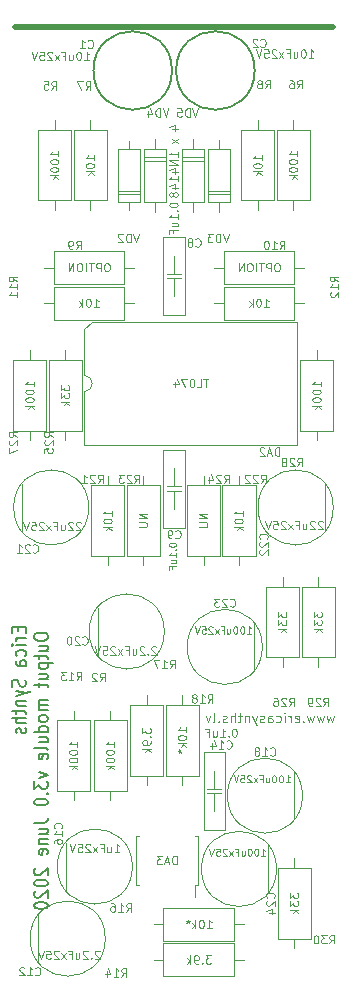
<source format=gbo>
G04 #@! TF.GenerationSoftware,KiCad,Pcbnew,(2016-12-20 revision 2972f6f)-master*
G04 #@! TF.CreationDate,2020-06-24T23:38:58+03:00*
G04 #@! TF.ProjectId,DIYOUT3M,4449594F5554334D2E6B696361645F70,rev?*
G04 #@! TF.FileFunction,Legend,Bot*
G04 #@! TF.FilePolarity,Positive*
%FSLAX46Y46*%
G04 Gerber Fmt 4.6, Leading zero omitted, Abs format (unit mm)*
G04 Created by KiCad (PCBNEW (2016-12-20 revision 2972f6f)-master) date Wed Jun 24 23:38:58 2020*
%MOMM*%
%LPD*%
G01*
G04 APERTURE LIST*
%ADD10C,0.100000*%
%ADD11C,0.150000*%
%ADD12C,0.500000*%
%ADD13C,0.120000*%
G04 APERTURE END LIST*
D10*
X28028571Y23171429D02*
X27876190Y22638096D01*
X27723809Y23019048D01*
X27571428Y22638096D01*
X27419047Y23171429D01*
X27190476Y23171429D02*
X27038095Y22638096D01*
X26885714Y23019048D01*
X26733333Y22638096D01*
X26580952Y23171429D01*
X26352380Y23171429D02*
X26200000Y22638096D01*
X26047619Y23019048D01*
X25895238Y22638096D01*
X25742857Y23171429D01*
X25438095Y22714286D02*
X25399999Y22676191D01*
X25438095Y22638096D01*
X25476190Y22676191D01*
X25438095Y22714286D01*
X25438095Y22638096D01*
X24752380Y22676191D02*
X24828571Y22638096D01*
X24980952Y22638096D01*
X25057142Y22676191D01*
X25095238Y22752381D01*
X25095238Y23057143D01*
X25057142Y23133334D01*
X24980952Y23171429D01*
X24828571Y23171429D01*
X24752380Y23133334D01*
X24714285Y23057143D01*
X24714285Y22980953D01*
X25095238Y22904762D01*
X24371428Y22638096D02*
X24371428Y23171429D01*
X24371428Y23019048D02*
X24333333Y23095239D01*
X24295238Y23133334D01*
X24219047Y23171429D01*
X24142857Y23171429D01*
X23876190Y22638096D02*
X23876190Y23171429D01*
X23876190Y23438096D02*
X23914285Y23400000D01*
X23876190Y23361905D01*
X23838095Y23400000D01*
X23876190Y23438096D01*
X23876190Y23361905D01*
X23152380Y22676191D02*
X23228571Y22638096D01*
X23380952Y22638096D01*
X23457142Y22676191D01*
X23495238Y22714286D01*
X23533333Y22790477D01*
X23533333Y23019048D01*
X23495238Y23095239D01*
X23457142Y23133334D01*
X23380952Y23171429D01*
X23228571Y23171429D01*
X23152380Y23133334D01*
X22466666Y22638096D02*
X22466666Y23057143D01*
X22504761Y23133334D01*
X22580952Y23171429D01*
X22733333Y23171429D01*
X22809523Y23133334D01*
X22466666Y22676191D02*
X22542857Y22638096D01*
X22733333Y22638096D01*
X22809523Y22676191D01*
X22847619Y22752381D01*
X22847619Y22828572D01*
X22809523Y22904762D01*
X22733333Y22942858D01*
X22542857Y22942858D01*
X22466666Y22980953D01*
X22123809Y22676191D02*
X22047619Y22638096D01*
X21895238Y22638096D01*
X21819047Y22676191D01*
X21780952Y22752381D01*
X21780952Y22790477D01*
X21819047Y22866667D01*
X21895238Y22904762D01*
X22009523Y22904762D01*
X22085714Y22942858D01*
X22123809Y23019048D01*
X22123809Y23057143D01*
X22085714Y23133334D01*
X22009523Y23171429D01*
X21895238Y23171429D01*
X21819047Y23133334D01*
X21514285Y23171429D02*
X21323809Y22638096D01*
X21133333Y23171429D02*
X21323809Y22638096D01*
X21400000Y22447620D01*
X21438095Y22409524D01*
X21514285Y22371429D01*
X20828571Y23171429D02*
X20828571Y22638096D01*
X20828571Y23095239D02*
X20790476Y23133334D01*
X20714285Y23171429D01*
X20600000Y23171429D01*
X20523809Y23133334D01*
X20485714Y23057143D01*
X20485714Y22638096D01*
X20219047Y23171429D02*
X19914285Y23171429D01*
X20104761Y23438096D02*
X20104761Y22752381D01*
X20066666Y22676191D01*
X19990476Y22638096D01*
X19914285Y22638096D01*
X19647619Y22638096D02*
X19647619Y23438096D01*
X19304761Y22638096D02*
X19304761Y23057143D01*
X19342857Y23133334D01*
X19419047Y23171429D01*
X19533333Y23171429D01*
X19609523Y23133334D01*
X19647619Y23095239D01*
X18961904Y22676191D02*
X18885714Y22638096D01*
X18733333Y22638096D01*
X18657142Y22676191D01*
X18619047Y22752381D01*
X18619047Y22790477D01*
X18657142Y22866667D01*
X18733333Y22904762D01*
X18847619Y22904762D01*
X18923809Y22942858D01*
X18961904Y23019048D01*
X18961904Y23057143D01*
X18923809Y23133334D01*
X18847619Y23171429D01*
X18733333Y23171429D01*
X18657142Y23133334D01*
X18276190Y22714286D02*
X18238095Y22676191D01*
X18276190Y22638096D01*
X18314285Y22676191D01*
X18276190Y22714286D01*
X18276190Y22638096D01*
X17780952Y22638096D02*
X17857142Y22676191D01*
X17895238Y22752381D01*
X17895238Y23438096D01*
X17552380Y23171429D02*
X17361904Y22638096D01*
X17171428Y23171429D01*
D11*
X2642857Y29952381D02*
X2642857Y29761905D01*
X2700000Y29666667D01*
X2814285Y29571429D01*
X3042857Y29523810D01*
X3442857Y29523810D01*
X3671428Y29571429D01*
X3785714Y29666667D01*
X3842857Y29761905D01*
X3842857Y29952381D01*
X3785714Y30047620D01*
X3671428Y30142858D01*
X3442857Y30190477D01*
X3042857Y30190477D01*
X2814285Y30142858D01*
X2700000Y30047620D01*
X2642857Y29952381D01*
X3042857Y28666667D02*
X3842857Y28666667D01*
X3042857Y29095239D02*
X3671428Y29095239D01*
X3785714Y29047620D01*
X3842857Y28952381D01*
X3842857Y28809524D01*
X3785714Y28714286D01*
X3728571Y28666667D01*
X3042857Y28333334D02*
X3042857Y27952381D01*
X2642857Y28190477D02*
X3671428Y28190477D01*
X3785714Y28142858D01*
X3842857Y28047620D01*
X3842857Y27952381D01*
X3042857Y27619048D02*
X4242857Y27619048D01*
X3100000Y27619048D02*
X3042857Y27523810D01*
X3042857Y27333334D01*
X3100000Y27238096D01*
X3157142Y27190477D01*
X3271428Y27142858D01*
X3614285Y27142858D01*
X3728571Y27190477D01*
X3785714Y27238096D01*
X3842857Y27333334D01*
X3842857Y27523810D01*
X3785714Y27619048D01*
X3042857Y26285715D02*
X3842857Y26285715D01*
X3042857Y26714286D02*
X3671428Y26714286D01*
X3785714Y26666667D01*
X3842857Y26571429D01*
X3842857Y26428572D01*
X3785714Y26333334D01*
X3728571Y26285715D01*
X3042857Y25952381D02*
X3042857Y25571429D01*
X2642857Y25809524D02*
X3671428Y25809524D01*
X3785714Y25761905D01*
X3842857Y25666667D01*
X3842857Y25571429D01*
X3842857Y24476191D02*
X3042857Y24476191D01*
X3157142Y24476191D02*
X3100000Y24428572D01*
X3042857Y24333334D01*
X3042857Y24190477D01*
X3100000Y24095239D01*
X3214285Y24047620D01*
X3842857Y24047620D01*
X3214285Y24047620D02*
X3100000Y24000001D01*
X3042857Y23904762D01*
X3042857Y23761905D01*
X3100000Y23666667D01*
X3214285Y23619048D01*
X3842857Y23619048D01*
X3842857Y23000001D02*
X3785714Y23095239D01*
X3728571Y23142858D01*
X3614285Y23190477D01*
X3271428Y23190477D01*
X3157142Y23142858D01*
X3100000Y23095239D01*
X3042857Y23000001D01*
X3042857Y22857143D01*
X3100000Y22761905D01*
X3157142Y22714286D01*
X3271428Y22666667D01*
X3614285Y22666667D01*
X3728571Y22714286D01*
X3785714Y22761905D01*
X3842857Y22857143D01*
X3842857Y23000001D01*
X3842857Y21809524D02*
X2642857Y21809524D01*
X3785714Y21809524D02*
X3842857Y21904762D01*
X3842857Y22095239D01*
X3785714Y22190477D01*
X3728571Y22238096D01*
X3614285Y22285715D01*
X3271428Y22285715D01*
X3157142Y22238096D01*
X3100000Y22190477D01*
X3042857Y22095239D01*
X3042857Y21904762D01*
X3100000Y21809524D01*
X3042857Y20904762D02*
X3842857Y20904762D01*
X3042857Y21333334D02*
X3671428Y21333334D01*
X3785714Y21285715D01*
X3842857Y21190477D01*
X3842857Y21047620D01*
X3785714Y20952381D01*
X3728571Y20904762D01*
X3842857Y20285715D02*
X3785714Y20380953D01*
X3671428Y20428572D01*
X2642857Y20428572D01*
X3785714Y19523810D02*
X3842857Y19619048D01*
X3842857Y19809524D01*
X3785714Y19904762D01*
X3671428Y19952381D01*
X3214285Y19952381D01*
X3100000Y19904762D01*
X3042857Y19809524D01*
X3042857Y19619048D01*
X3100000Y19523810D01*
X3214285Y19476191D01*
X3328571Y19476191D01*
X3442857Y19952381D01*
X3042857Y18380953D02*
X3842857Y18142858D01*
X3042857Y17904762D01*
X2642857Y17619048D02*
X2642857Y17000001D01*
X3100000Y17333334D01*
X3100000Y17190477D01*
X3157142Y17095239D01*
X3214285Y17047620D01*
X3328571Y17000001D01*
X3614285Y17000001D01*
X3728571Y17047620D01*
X3785714Y17095239D01*
X3842857Y17190477D01*
X3842857Y17476191D01*
X3785714Y17571429D01*
X3728571Y17619048D01*
X3728571Y16571429D02*
X3785714Y16523810D01*
X3842857Y16571429D01*
X3785714Y16619048D01*
X3728571Y16571429D01*
X3842857Y16571429D01*
X2642857Y15904762D02*
X2642857Y15809524D01*
X2700000Y15714286D01*
X2757142Y15666667D01*
X2871428Y15619048D01*
X3100000Y15571429D01*
X3385714Y15571429D01*
X3614285Y15619048D01*
X3728571Y15666667D01*
X3785714Y15714286D01*
X3842857Y15809524D01*
X3842857Y15904762D01*
X3785714Y16000001D01*
X3728571Y16047620D01*
X3614285Y16095239D01*
X3385714Y16142858D01*
X3100000Y16142858D01*
X2871428Y16095239D01*
X2757142Y16047620D01*
X2700000Y16000001D01*
X2642857Y15904762D01*
X2642857Y14095239D02*
X3500000Y14095239D01*
X3671428Y14142858D01*
X3785714Y14238096D01*
X3842857Y14380953D01*
X3842857Y14476191D01*
X3042857Y13190477D02*
X3842857Y13190477D01*
X3042857Y13619048D02*
X3671428Y13619048D01*
X3785714Y13571429D01*
X3842857Y13476191D01*
X3842857Y13333334D01*
X3785714Y13238096D01*
X3728571Y13190477D01*
X3042857Y12714286D02*
X3842857Y12714286D01*
X3157142Y12714286D02*
X3100000Y12666667D01*
X3042857Y12571429D01*
X3042857Y12428572D01*
X3100000Y12333334D01*
X3214285Y12285715D01*
X3842857Y12285715D01*
X3785714Y11428572D02*
X3842857Y11523810D01*
X3842857Y11714286D01*
X3785714Y11809524D01*
X3671428Y11857143D01*
X3214285Y11857143D01*
X3100000Y11809524D01*
X3042857Y11714286D01*
X3042857Y11523810D01*
X3100000Y11428572D01*
X3214285Y11380953D01*
X3328571Y11380953D01*
X3442857Y11857143D01*
X2757142Y10238096D02*
X2700000Y10190477D01*
X2642857Y10095239D01*
X2642857Y9857143D01*
X2700000Y9761905D01*
X2757142Y9714286D01*
X2871428Y9666667D01*
X2985714Y9666667D01*
X3157142Y9714286D01*
X3842857Y10285715D01*
X3842857Y9666667D01*
X2642857Y9047620D02*
X2642857Y8952381D01*
X2700000Y8857143D01*
X2757142Y8809524D01*
X2871428Y8761905D01*
X3100000Y8714286D01*
X3385714Y8714286D01*
X3614285Y8761905D01*
X3728571Y8809524D01*
X3785714Y8857143D01*
X3842857Y8952381D01*
X3842857Y9047620D01*
X3785714Y9142858D01*
X3728571Y9190477D01*
X3614285Y9238096D01*
X3385714Y9285715D01*
X3100000Y9285715D01*
X2871428Y9238096D01*
X2757142Y9190477D01*
X2700000Y9142858D01*
X2642857Y9047620D01*
X2757142Y8333334D02*
X2700000Y8285715D01*
X2642857Y8190477D01*
X2642857Y7952381D01*
X2700000Y7857143D01*
X2757142Y7809524D01*
X2871428Y7761905D01*
X2985714Y7761905D01*
X3157142Y7809524D01*
X3842857Y8380953D01*
X3842857Y7761905D01*
X2642857Y7142858D02*
X2642857Y7047620D01*
X2700000Y6952381D01*
X2757142Y6904762D01*
X2871428Y6857143D01*
X3100000Y6809524D01*
X3385714Y6809524D01*
X3614285Y6857143D01*
X3728571Y6904762D01*
X3785714Y6952381D01*
X3842857Y7047620D01*
X3842857Y7142858D01*
X3785714Y7238096D01*
X3728571Y7285715D01*
X3614285Y7333334D01*
X3385714Y7380953D01*
X3100000Y7380953D01*
X2871428Y7333334D01*
X2757142Y7285715D01*
X2700000Y7238096D01*
X2642857Y7142858D01*
X1314285Y30676191D02*
X1314285Y30342858D01*
X1942857Y30200000D02*
X1942857Y30676191D01*
X742857Y30676191D01*
X742857Y30200000D01*
X1942857Y29771429D02*
X1142857Y29771429D01*
X1371428Y29771429D02*
X1257142Y29723810D01*
X1200000Y29676191D01*
X1142857Y29580953D01*
X1142857Y29485715D01*
X1942857Y29152381D02*
X1142857Y29152381D01*
X742857Y29152381D02*
X800000Y29200000D01*
X857142Y29152381D01*
X800000Y29104762D01*
X742857Y29152381D01*
X857142Y29152381D01*
X1885714Y28247620D02*
X1942857Y28342858D01*
X1942857Y28533334D01*
X1885714Y28628572D01*
X1828571Y28676191D01*
X1714285Y28723810D01*
X1371428Y28723810D01*
X1257142Y28676191D01*
X1200000Y28628572D01*
X1142857Y28533334D01*
X1142857Y28342858D01*
X1200000Y28247620D01*
X1942857Y27390477D02*
X1314285Y27390477D01*
X1200000Y27438096D01*
X1142857Y27533334D01*
X1142857Y27723810D01*
X1200000Y27819048D01*
X1885714Y27390477D02*
X1942857Y27485715D01*
X1942857Y27723810D01*
X1885714Y27819048D01*
X1771428Y27866667D01*
X1657142Y27866667D01*
X1542857Y27819048D01*
X1485714Y27723810D01*
X1485714Y27485715D01*
X1428571Y27390477D01*
X1885714Y26200000D02*
X1942857Y26057143D01*
X1942857Y25819048D01*
X1885714Y25723810D01*
X1828571Y25676191D01*
X1714285Y25628572D01*
X1600000Y25628572D01*
X1485714Y25676191D01*
X1428571Y25723810D01*
X1371428Y25819048D01*
X1314285Y26009524D01*
X1257142Y26104762D01*
X1200000Y26152381D01*
X1085714Y26200000D01*
X971428Y26200000D01*
X857142Y26152381D01*
X800000Y26104762D01*
X742857Y26009524D01*
X742857Y25771429D01*
X800000Y25628572D01*
X1142857Y25295239D02*
X1942857Y25057143D01*
X1142857Y24819048D02*
X1942857Y25057143D01*
X2228571Y25152381D01*
X2285714Y25200000D01*
X2342857Y25295239D01*
X1142857Y24438096D02*
X1942857Y24438096D01*
X1257142Y24438096D02*
X1200000Y24390477D01*
X1142857Y24295239D01*
X1142857Y24152381D01*
X1200000Y24057143D01*
X1314285Y24009524D01*
X1942857Y24009524D01*
X1142857Y23676191D02*
X1142857Y23295239D01*
X742857Y23533334D02*
X1771428Y23533334D01*
X1885714Y23485715D01*
X1942857Y23390477D01*
X1942857Y23295239D01*
X1942857Y22961905D02*
X742857Y22961905D01*
X1942857Y22533334D02*
X1314285Y22533334D01*
X1200000Y22580953D01*
X1142857Y22676191D01*
X1142857Y22819048D01*
X1200000Y22914286D01*
X1257142Y22961905D01*
X1885714Y22104762D02*
X1942857Y22009524D01*
X1942857Y21819048D01*
X1885714Y21723810D01*
X1771428Y21676191D01*
X1714285Y21676191D01*
X1600000Y21723810D01*
X1542857Y21819048D01*
X1542857Y21961905D01*
X1485714Y22057143D01*
X1371428Y22104762D01*
X1314285Y22104762D01*
X1200000Y22057143D01*
X1142857Y21961905D01*
X1142857Y21819048D01*
X1200000Y21723810D01*
D12*
X1000000Y81500000D02*
X28000000Y81500000D01*
D10*
X14350000Y72816667D02*
X14816666Y72816667D01*
X14083333Y72983334D02*
X14583333Y73150001D01*
X14583333Y72716667D01*
X14816666Y71983334D02*
X14350000Y71616667D01*
X14350000Y71983334D02*
X14816666Y71616667D01*
X11652500Y71122500D02*
X9747500Y71122500D01*
X11652500Y66677500D02*
X11652500Y71122500D01*
X9747500Y66677500D02*
X11652500Y66677500D01*
X9747500Y71122500D02*
X9747500Y66677500D01*
X10700000Y66677500D02*
X10700000Y66000000D01*
X10700000Y71122500D02*
X10700000Y71800000D01*
X9747500Y67312500D02*
X11652500Y67312500D01*
X9747500Y67630000D02*
X11652500Y67630000D01*
D11*
X21323908Y77800000D02*
G75*
G03X21323908Y77800000I-3323908J0D01*
G01*
X14323908Y77800000D02*
G75*
G03X14323908Y77800000I-3323908J0D01*
G01*
D10*
X14500000Y60200000D02*
X14500000Y58700000D01*
X14500000Y60600000D02*
X14500000Y62100000D01*
X15100000Y60600000D02*
X13900000Y60600000D01*
X15100000Y60200000D02*
X13900000Y60200000D01*
X15400000Y57100000D02*
X15400000Y63700000D01*
X15400000Y63700000D02*
X13600000Y63700000D01*
X13600000Y63700000D02*
X13600000Y57100000D01*
X13600000Y57100000D02*
X15400000Y57100000D01*
X14500000Y42200000D02*
X14500000Y40700000D01*
X14500000Y42600000D02*
X14500000Y44100000D01*
X15100000Y42600000D02*
X13900000Y42600000D01*
X15100000Y42200000D02*
X13900000Y42200000D01*
X15400000Y39100000D02*
X15400000Y45700000D01*
X15400000Y45700000D02*
X13600000Y45700000D01*
X13600000Y45700000D02*
X13600000Y39100000D01*
X13600000Y39100000D02*
X15400000Y39100000D01*
X3023500Y6268500D02*
X3023500Y2331500D01*
X8680710Y4300000D02*
G75*
G03X8680710Y4300000I-3180710J0D01*
G01*
X17900000Y16600000D02*
X17900000Y15100000D01*
X17900000Y17000000D02*
X17900000Y18500000D01*
X18500000Y17000000D02*
X17300000Y17000000D01*
X18500000Y16600000D02*
X17300000Y16600000D01*
X18800000Y13500000D02*
X18800000Y20100000D01*
X18800000Y20100000D02*
X17000000Y20100000D01*
X17000000Y20100000D02*
X17000000Y13500000D01*
X17000000Y13500000D02*
X18800000Y13500000D01*
X5323500Y12368500D02*
X5323500Y8431500D01*
X10980710Y10400000D02*
G75*
G03X10980710Y10400000I-3180710J0D01*
G01*
X24676500Y14431500D02*
X24676500Y18368500D01*
X25380710Y16400000D02*
G75*
G03X25380710Y16400000I-3180710J0D01*
G01*
X8023500Y32268500D02*
X8023500Y28331500D01*
X13680710Y30300000D02*
G75*
G03X13680710Y30300000I-3180710J0D01*
G01*
X1623500Y42768500D02*
X1623500Y38831500D01*
X7280710Y40800000D02*
G75*
G03X7280710Y40800000I-3180710J0D01*
G01*
X27276500Y38831500D02*
X27276500Y42768500D01*
X27980710Y40800000D02*
G75*
G03X27980710Y40800000I-3180710J0D01*
G01*
X21276500Y27031500D02*
X21276500Y30968500D01*
X21980710Y29000000D02*
G75*
G03X21980710Y29000000I-3180710J0D01*
G01*
X22476500Y8231500D02*
X22476500Y12168500D01*
X23180710Y10200000D02*
G75*
G03X23180710Y10200000I-3180710J0D01*
G01*
X6883000Y51998500D02*
X6883000Y55872000D01*
X6883000Y55872000D02*
X7518000Y56507000D01*
X7518000Y56507000D02*
X24917000Y56507000D01*
X6883000Y50601500D02*
X6883000Y46093000D01*
X6883000Y51998500D02*
G75*
G02X7581500Y51300000I0J-698500D01*
G01*
X7581500Y51300000D02*
G75*
G02X6883000Y50601500I-698500J0D01*
G01*
X24917000Y46093000D02*
X24917000Y56507000D01*
X24917000Y46093000D02*
X6883000Y46093000D01*
X17347500Y67630000D02*
X19252500Y67630000D01*
X17347500Y67312500D02*
X19252500Y67312500D01*
X18300000Y71122500D02*
X18300000Y71948000D01*
X18300000Y66677500D02*
X18300000Y65788500D01*
X17347500Y71122500D02*
X17347500Y66677500D01*
X17347500Y66677500D02*
X19252500Y66677500D01*
X19252500Y66677500D02*
X19252500Y71122500D01*
X19252500Y71122500D02*
X17347500Y71122500D01*
X13852500Y70170000D02*
X11947500Y70170000D01*
X13852500Y70487500D02*
X11947500Y70487500D01*
X12900000Y66677500D02*
X12900000Y65852000D01*
X12900000Y71122500D02*
X12900000Y72011500D01*
X13852500Y66677500D02*
X13852500Y71122500D01*
X13852500Y71122500D02*
X11947500Y71122500D01*
X11947500Y71122500D02*
X11947500Y66677500D01*
X11947500Y66677500D02*
X13852500Y66677500D01*
X17052500Y70170000D02*
X15147500Y70170000D01*
X17052500Y70487500D02*
X15147500Y70487500D01*
X16100000Y66677500D02*
X16100000Y65852000D01*
X16100000Y71122500D02*
X16100000Y72011500D01*
X17052500Y66677500D02*
X17052500Y71122500D01*
X17052500Y71122500D02*
X15147500Y71122500D01*
X15147500Y71122500D02*
X15147500Y66677500D01*
X15147500Y66677500D02*
X17052500Y66677500D01*
D13*
X16300000Y13000000D02*
X16500000Y13000000D01*
X16500000Y13000000D02*
X16500000Y8800000D01*
X16500000Y8800000D02*
X16300000Y8800000D01*
X16300000Y8800000D02*
X16300000Y7800000D01*
X11500000Y13000000D02*
X11300000Y13000000D01*
X11300000Y8800000D02*
X11500000Y8800000D01*
X11300000Y13000000D02*
X11300000Y8800000D01*
D10*
X10500000Y16800000D02*
X10500000Y22800000D01*
X7700000Y16800000D02*
X10500000Y16800000D01*
X7700000Y22800000D02*
X7700000Y16800000D01*
X10500000Y22800000D02*
X7700000Y22800000D01*
X9100000Y16800000D02*
X9100000Y16000000D01*
X9100000Y22800000D02*
X9100000Y23600000D01*
X18700000Y56700000D02*
X24700000Y56700000D01*
X18700000Y59500000D02*
X18700000Y56700000D01*
X24700000Y59500000D02*
X18700000Y59500000D01*
X24700000Y56700000D02*
X24700000Y59500000D01*
X18700000Y58100000D02*
X17900000Y58100000D01*
X24700000Y58100000D02*
X25500000Y58100000D01*
X6000000Y16800000D02*
X6000000Y16000000D01*
X6000000Y22800000D02*
X6000000Y23600000D01*
X4600000Y16800000D02*
X7400000Y16800000D01*
X7400000Y16800000D02*
X7400000Y22800000D01*
X7400000Y22800000D02*
X4600000Y22800000D01*
X4600000Y22800000D02*
X4600000Y16800000D01*
X13600000Y2500000D02*
X12800000Y2500000D01*
X19600000Y2500000D02*
X20400000Y2500000D01*
X13600000Y3900000D02*
X13600000Y1100000D01*
X13600000Y1100000D02*
X19600000Y1100000D01*
X19600000Y1100000D02*
X19600000Y3900000D01*
X19600000Y3900000D02*
X13600000Y3900000D01*
X19600000Y5500000D02*
X20400000Y5500000D01*
X13600000Y5500000D02*
X12800000Y5500000D01*
X19600000Y4100000D02*
X19600000Y6900000D01*
X19600000Y6900000D02*
X13600000Y6900000D01*
X13600000Y6900000D02*
X13600000Y4100000D01*
X13600000Y4100000D02*
X19600000Y4100000D01*
X10800000Y24100000D02*
X10800000Y18100000D01*
X13600000Y24100000D02*
X10800000Y24100000D01*
X13600000Y18100000D02*
X13600000Y24100000D01*
X10800000Y18100000D02*
X13600000Y18100000D01*
X12200000Y24100000D02*
X12200000Y24900000D01*
X12200000Y18100000D02*
X12200000Y17300000D01*
X15200000Y24100000D02*
X15200000Y24900000D01*
X15200000Y18100000D02*
X15200000Y17300000D01*
X16600000Y24100000D02*
X13800000Y24100000D01*
X13800000Y24100000D02*
X13800000Y18100000D01*
X13800000Y18100000D02*
X16600000Y18100000D01*
X16600000Y18100000D02*
X16600000Y24100000D01*
X10300000Y36700000D02*
X10300000Y42700000D01*
X7500000Y36700000D02*
X10300000Y36700000D01*
X7500000Y42700000D02*
X7500000Y36700000D01*
X10300000Y42700000D02*
X7500000Y42700000D01*
X8900000Y36700000D02*
X8900000Y35900000D01*
X8900000Y42700000D02*
X8900000Y43500000D01*
X20000000Y42700000D02*
X20000000Y43500000D01*
X20000000Y36700000D02*
X20000000Y35900000D01*
X21400000Y42700000D02*
X18600000Y42700000D01*
X18600000Y42700000D02*
X18600000Y36700000D01*
X18600000Y36700000D02*
X21400000Y36700000D01*
X21400000Y36700000D02*
X21400000Y42700000D01*
X13300000Y36700000D02*
X13300000Y42700000D01*
X10500000Y36700000D02*
X13300000Y36700000D01*
X10500000Y42700000D02*
X10500000Y36700000D01*
X13300000Y42700000D02*
X10500000Y42700000D01*
X11900000Y36700000D02*
X11900000Y35900000D01*
X11900000Y42700000D02*
X11900000Y43500000D01*
X17000000Y42700000D02*
X17000000Y43500000D01*
X17000000Y36700000D02*
X17000000Y35900000D01*
X18400000Y42700000D02*
X15600000Y42700000D01*
X15600000Y42700000D02*
X15600000Y36700000D01*
X15600000Y36700000D02*
X18400000Y36700000D01*
X18400000Y36700000D02*
X18400000Y42700000D01*
X26700000Y28100000D02*
X26700000Y27300000D01*
X26700000Y34100000D02*
X26700000Y34900000D01*
X25300000Y28100000D02*
X28100000Y28100000D01*
X28100000Y28100000D02*
X28100000Y34100000D01*
X28100000Y34100000D02*
X25300000Y34100000D01*
X25300000Y34100000D02*
X25300000Y28100000D01*
X26100000Y4300000D02*
X26100000Y10300000D01*
X23300000Y4300000D02*
X26100000Y4300000D01*
X23300000Y10300000D02*
X23300000Y4300000D01*
X26100000Y10300000D02*
X23300000Y10300000D01*
X24700000Y4300000D02*
X24700000Y3500000D01*
X24700000Y10300000D02*
X24700000Y11100000D01*
X4300000Y59700000D02*
X10300000Y59700000D01*
X4300000Y62500000D02*
X4300000Y59700000D01*
X10300000Y62500000D02*
X4300000Y62500000D01*
X10300000Y59700000D02*
X10300000Y62500000D01*
X4300000Y61100000D02*
X3500000Y61100000D01*
X10300000Y61100000D02*
X11100000Y61100000D01*
X24700000Y62500000D02*
X18700000Y62500000D01*
X24700000Y59700000D02*
X24700000Y62500000D01*
X18700000Y59700000D02*
X24700000Y59700000D01*
X18700000Y62500000D02*
X18700000Y59700000D01*
X24700000Y61100000D02*
X25500000Y61100000D01*
X18700000Y61100000D02*
X17900000Y61100000D01*
X4300000Y58100000D02*
X3500000Y58100000D01*
X10300000Y58100000D02*
X11100000Y58100000D01*
X4300000Y59500000D02*
X4300000Y56700000D01*
X4300000Y56700000D02*
X10300000Y56700000D01*
X10300000Y56700000D02*
X10300000Y59500000D01*
X10300000Y59500000D02*
X4300000Y59500000D01*
X4400000Y72800000D02*
X4400000Y73600000D01*
X4400000Y66800000D02*
X4400000Y66000000D01*
X5800000Y72800000D02*
X3000000Y72800000D01*
X3000000Y72800000D02*
X3000000Y66800000D01*
X3000000Y66800000D02*
X5800000Y66800000D01*
X5800000Y66800000D02*
X5800000Y72800000D01*
X24600000Y72800000D02*
X24600000Y73600000D01*
X24600000Y66800000D02*
X24600000Y66000000D01*
X26000000Y72800000D02*
X23200000Y72800000D01*
X23200000Y72800000D02*
X23200000Y66800000D01*
X23200000Y66800000D02*
X26000000Y66800000D01*
X26000000Y66800000D02*
X26000000Y72800000D01*
X7400000Y66800000D02*
X7400000Y66000000D01*
X7400000Y72800000D02*
X7400000Y73600000D01*
X6000000Y66800000D02*
X8800000Y66800000D01*
X8800000Y66800000D02*
X8800000Y72800000D01*
X8800000Y72800000D02*
X6000000Y72800000D01*
X6000000Y72800000D02*
X6000000Y66800000D01*
X20200000Y72800000D02*
X20200000Y66800000D01*
X23000000Y72800000D02*
X20200000Y72800000D01*
X23000000Y66800000D02*
X23000000Y72800000D01*
X20200000Y66800000D02*
X23000000Y66800000D01*
X21600000Y72800000D02*
X21600000Y73600000D01*
X21600000Y66800000D02*
X21600000Y66000000D01*
X5300000Y47300000D02*
X5300000Y46500000D01*
X5300000Y53300000D02*
X5300000Y54100000D01*
X3900000Y47300000D02*
X6700000Y47300000D01*
X6700000Y47300000D02*
X6700000Y53300000D01*
X6700000Y53300000D02*
X3900000Y53300000D01*
X3900000Y53300000D02*
X3900000Y47300000D01*
X25100000Y28100000D02*
X25100000Y34100000D01*
X22300000Y28100000D02*
X25100000Y28100000D01*
X22300000Y34100000D02*
X22300000Y28100000D01*
X25100000Y34100000D02*
X22300000Y34100000D01*
X23700000Y28100000D02*
X23700000Y27300000D01*
X23700000Y34100000D02*
X23700000Y34900000D01*
X900000Y53300000D02*
X900000Y47300000D01*
X3700000Y53300000D02*
X900000Y53300000D01*
X3700000Y47300000D02*
X3700000Y53300000D01*
X900000Y47300000D02*
X3700000Y47300000D01*
X2300000Y53300000D02*
X2300000Y54100000D01*
X2300000Y47300000D02*
X2300000Y46500000D01*
X26600000Y47300000D02*
X26600000Y46500000D01*
X26600000Y53300000D02*
X26600000Y54100000D01*
X25200000Y47300000D02*
X28000000Y47300000D01*
X28000000Y47300000D02*
X28000000Y53300000D01*
X28000000Y53300000D02*
X25200000Y53300000D01*
X25200000Y53300000D02*
X25200000Y47300000D01*
X11516666Y63983334D02*
X11283333Y63283334D01*
X11050000Y63983334D01*
X10816666Y63283334D02*
X10816666Y63983334D01*
X10650000Y63983334D01*
X10550000Y63950000D01*
X10483333Y63883334D01*
X10450000Y63816667D01*
X10416666Y63683334D01*
X10416666Y63583334D01*
X10450000Y63450000D01*
X10483333Y63383334D01*
X10550000Y63316667D01*
X10650000Y63283334D01*
X10816666Y63283334D01*
X10150000Y63916667D02*
X10116666Y63950000D01*
X10050000Y63983334D01*
X9883333Y63983334D01*
X9816666Y63950000D01*
X9783333Y63916667D01*
X9750000Y63850000D01*
X9750000Y63783334D01*
X9783333Y63683334D01*
X10183333Y63283334D01*
X9750000Y63283334D01*
X14816666Y70500001D02*
X14816666Y70900001D01*
X14816666Y70700001D02*
X14116666Y70700001D01*
X14216666Y70766667D01*
X14283333Y70833334D01*
X14316666Y70900001D01*
X14816666Y70200001D02*
X14116666Y70200001D01*
X14816666Y69800001D01*
X14116666Y69800001D01*
X14350000Y69166667D02*
X14816666Y69166667D01*
X14083333Y69333334D02*
X14583333Y69500001D01*
X14583333Y69066667D01*
X14816666Y68433334D02*
X14816666Y68833334D01*
X14816666Y68633334D02*
X14116666Y68633334D01*
X14216666Y68700001D01*
X14283333Y68766667D01*
X14316666Y68833334D01*
X14350000Y67833334D02*
X14816666Y67833334D01*
X14083333Y68000001D02*
X14583333Y68166667D01*
X14583333Y67733334D01*
X14416666Y67366667D02*
X14383333Y67433334D01*
X14350000Y67466667D01*
X14283333Y67500001D01*
X14250000Y67500001D01*
X14183333Y67466667D01*
X14150000Y67433334D01*
X14116666Y67366667D01*
X14116666Y67233334D01*
X14150000Y67166667D01*
X14183333Y67133334D01*
X14250000Y67100001D01*
X14283333Y67100001D01*
X14350000Y67133334D01*
X14383333Y67166667D01*
X14416666Y67233334D01*
X14416666Y67366667D01*
X14450000Y67433334D01*
X14483333Y67466667D01*
X14550000Y67500001D01*
X14683333Y67500001D01*
X14750000Y67466667D01*
X14783333Y67433334D01*
X14816666Y67366667D01*
X14816666Y67233334D01*
X14783333Y67166667D01*
X14750000Y67133334D01*
X14683333Y67100001D01*
X14550000Y67100001D01*
X14483333Y67133334D01*
X14450000Y67166667D01*
X14416666Y67233334D01*
X25900000Y78883334D02*
X26300000Y78883334D01*
X26100000Y78883334D02*
X26100000Y79583334D01*
X26166666Y79483334D01*
X26233333Y79416667D01*
X26300000Y79383334D01*
X25466666Y79583334D02*
X25400000Y79583334D01*
X25333333Y79550000D01*
X25300000Y79516667D01*
X25266666Y79450000D01*
X25233333Y79316667D01*
X25233333Y79150000D01*
X25266666Y79016667D01*
X25300000Y78950000D01*
X25333333Y78916667D01*
X25400000Y78883334D01*
X25466666Y78883334D01*
X25533333Y78916667D01*
X25566666Y78950000D01*
X25600000Y79016667D01*
X25633333Y79150000D01*
X25633333Y79316667D01*
X25600000Y79450000D01*
X25566666Y79516667D01*
X25533333Y79550000D01*
X25466666Y79583334D01*
X24633333Y79350000D02*
X24633333Y78883334D01*
X24933333Y79350000D02*
X24933333Y78983334D01*
X24900000Y78916667D01*
X24833333Y78883334D01*
X24733333Y78883334D01*
X24666666Y78916667D01*
X24633333Y78950000D01*
X24066666Y79250000D02*
X24300000Y79250000D01*
X24300000Y78883334D02*
X24300000Y79583334D01*
X23966666Y79583334D01*
X23766666Y78883334D02*
X23400000Y79350000D01*
X23766666Y79350000D02*
X23400000Y78883334D01*
X23166666Y79516667D02*
X23133333Y79550000D01*
X23066666Y79583334D01*
X22900000Y79583334D01*
X22833333Y79550000D01*
X22800000Y79516667D01*
X22766666Y79450000D01*
X22766666Y79383334D01*
X22800000Y79283334D01*
X23200000Y78883334D01*
X22766666Y78883334D01*
X22133333Y79583334D02*
X22466666Y79583334D01*
X22500000Y79250000D01*
X22466666Y79283334D01*
X22400000Y79316667D01*
X22233333Y79316667D01*
X22166666Y79283334D01*
X22133333Y79250000D01*
X22100000Y79183334D01*
X22100000Y79016667D01*
X22133333Y78950000D01*
X22166666Y78916667D01*
X22233333Y78883334D01*
X22400000Y78883334D01*
X22466666Y78916667D01*
X22500000Y78950000D01*
X21900000Y79583334D02*
X21666666Y78883334D01*
X21433333Y79583334D01*
X21816666Y79850000D02*
X21850000Y79816667D01*
X21950000Y79783334D01*
X22016666Y79783334D01*
X22116666Y79816667D01*
X22183333Y79883334D01*
X22216666Y79950000D01*
X22250000Y80083334D01*
X22250000Y80183334D01*
X22216666Y80316667D01*
X22183333Y80383334D01*
X22116666Y80450000D01*
X22016666Y80483334D01*
X21950000Y80483334D01*
X21850000Y80450000D01*
X21816666Y80416667D01*
X21550000Y80416667D02*
X21516666Y80450000D01*
X21450000Y80483334D01*
X21283333Y80483334D01*
X21216666Y80450000D01*
X21183333Y80416667D01*
X21150000Y80350000D01*
X21150000Y80283334D01*
X21183333Y80183334D01*
X21583333Y79783334D01*
X21150000Y79783334D01*
X6900000Y78683334D02*
X7300000Y78683334D01*
X7100000Y78683334D02*
X7100000Y79383334D01*
X7166666Y79283334D01*
X7233333Y79216667D01*
X7300000Y79183334D01*
X6466666Y79383334D02*
X6400000Y79383334D01*
X6333333Y79350000D01*
X6300000Y79316667D01*
X6266666Y79250000D01*
X6233333Y79116667D01*
X6233333Y78950000D01*
X6266666Y78816667D01*
X6300000Y78750000D01*
X6333333Y78716667D01*
X6400000Y78683334D01*
X6466666Y78683334D01*
X6533333Y78716667D01*
X6566666Y78750000D01*
X6600000Y78816667D01*
X6633333Y78950000D01*
X6633333Y79116667D01*
X6600000Y79250000D01*
X6566666Y79316667D01*
X6533333Y79350000D01*
X6466666Y79383334D01*
X5633333Y79150000D02*
X5633333Y78683334D01*
X5933333Y79150000D02*
X5933333Y78783334D01*
X5900000Y78716667D01*
X5833333Y78683334D01*
X5733333Y78683334D01*
X5666666Y78716667D01*
X5633333Y78750000D01*
X5066666Y79050000D02*
X5300000Y79050000D01*
X5300000Y78683334D02*
X5300000Y79383334D01*
X4966666Y79383334D01*
X4766666Y78683334D02*
X4400000Y79150000D01*
X4766666Y79150000D02*
X4400000Y78683334D01*
X4166666Y79316667D02*
X4133333Y79350000D01*
X4066666Y79383334D01*
X3900000Y79383334D01*
X3833333Y79350000D01*
X3800000Y79316667D01*
X3766666Y79250000D01*
X3766666Y79183334D01*
X3800000Y79083334D01*
X4200000Y78683334D01*
X3766666Y78683334D01*
X3133333Y79383334D02*
X3466666Y79383334D01*
X3500000Y79050000D01*
X3466666Y79083334D01*
X3400000Y79116667D01*
X3233333Y79116667D01*
X3166666Y79083334D01*
X3133333Y79050000D01*
X3100000Y78983334D01*
X3100000Y78816667D01*
X3133333Y78750000D01*
X3166666Y78716667D01*
X3233333Y78683334D01*
X3400000Y78683334D01*
X3466666Y78716667D01*
X3500000Y78750000D01*
X2900000Y79383334D02*
X2666666Y78683334D01*
X2433333Y79383334D01*
X7216666Y79750000D02*
X7250000Y79716667D01*
X7350000Y79683334D01*
X7416666Y79683334D01*
X7516666Y79716667D01*
X7583333Y79783334D01*
X7616666Y79850000D01*
X7650000Y79983334D01*
X7650000Y80083334D01*
X7616666Y80216667D01*
X7583333Y80283334D01*
X7516666Y80350000D01*
X7416666Y80383334D01*
X7350000Y80383334D01*
X7250000Y80350000D01*
X7216666Y80316667D01*
X6550000Y79683334D02*
X6950000Y79683334D01*
X6750000Y79683334D02*
X6750000Y80383334D01*
X6816666Y80283334D01*
X6883333Y80216667D01*
X6950000Y80183334D01*
X14116666Y66450000D02*
X14116666Y66383334D01*
X14150000Y66316667D01*
X14183333Y66283334D01*
X14250000Y66250000D01*
X14383333Y66216667D01*
X14550000Y66216667D01*
X14683333Y66250000D01*
X14750000Y66283334D01*
X14783333Y66316667D01*
X14816666Y66383334D01*
X14816666Y66450000D01*
X14783333Y66516667D01*
X14750000Y66550000D01*
X14683333Y66583334D01*
X14550000Y66616667D01*
X14383333Y66616667D01*
X14250000Y66583334D01*
X14183333Y66550000D01*
X14150000Y66516667D01*
X14116666Y66450000D01*
X14750000Y65916667D02*
X14783333Y65883334D01*
X14816666Y65916667D01*
X14783333Y65950000D01*
X14750000Y65916667D01*
X14816666Y65916667D01*
X14816666Y65216667D02*
X14816666Y65616667D01*
X14816666Y65416667D02*
X14116666Y65416667D01*
X14216666Y65483334D01*
X14283333Y65550000D01*
X14316666Y65616667D01*
X14350000Y64616667D02*
X14816666Y64616667D01*
X14350000Y64916667D02*
X14716666Y64916667D01*
X14783333Y64883334D01*
X14816666Y64816667D01*
X14816666Y64716667D01*
X14783333Y64650000D01*
X14750000Y64616667D01*
X14450000Y64050000D02*
X14450000Y64283334D01*
X14816666Y64283334D02*
X14116666Y64283334D01*
X14116666Y63950000D01*
X16316666Y62950000D02*
X16350000Y62916667D01*
X16450000Y62883334D01*
X16516666Y62883334D01*
X16616666Y62916667D01*
X16683333Y62983334D01*
X16716666Y63050000D01*
X16750000Y63183334D01*
X16750000Y63283334D01*
X16716666Y63416667D01*
X16683333Y63483334D01*
X16616666Y63550000D01*
X16516666Y63583334D01*
X16450000Y63583334D01*
X16350000Y63550000D01*
X16316666Y63516667D01*
X15916666Y63283334D02*
X15983333Y63316667D01*
X16016666Y63350000D01*
X16050000Y63416667D01*
X16050000Y63450000D01*
X16016666Y63516667D01*
X15983333Y63550000D01*
X15916666Y63583334D01*
X15783333Y63583334D01*
X15716666Y63550000D01*
X15683333Y63516667D01*
X15650000Y63450000D01*
X15650000Y63416667D01*
X15683333Y63350000D01*
X15716666Y63316667D01*
X15783333Y63283334D01*
X15916666Y63283334D01*
X15983333Y63250000D01*
X16016666Y63216667D01*
X16050000Y63150000D01*
X16050000Y63016667D01*
X16016666Y62950000D01*
X15983333Y62916667D01*
X15916666Y62883334D01*
X15783333Y62883334D01*
X15716666Y62916667D01*
X15683333Y62950000D01*
X15650000Y63016667D01*
X15650000Y63150000D01*
X15683333Y63216667D01*
X15716666Y63250000D01*
X15783333Y63283334D01*
X14071428Y37685715D02*
X14071428Y37628572D01*
X14100000Y37571429D01*
X14128571Y37542858D01*
X14185714Y37514286D01*
X14300000Y37485715D01*
X14442857Y37485715D01*
X14557142Y37514286D01*
X14614285Y37542858D01*
X14642857Y37571429D01*
X14671428Y37628572D01*
X14671428Y37685715D01*
X14642857Y37742858D01*
X14614285Y37771429D01*
X14557142Y37800000D01*
X14442857Y37828572D01*
X14300000Y37828572D01*
X14185714Y37800000D01*
X14128571Y37771429D01*
X14100000Y37742858D01*
X14071428Y37685715D01*
X14614285Y37228572D02*
X14642857Y37200000D01*
X14671428Y37228572D01*
X14642857Y37257143D01*
X14614285Y37228572D01*
X14671428Y37228572D01*
X14671428Y36628572D02*
X14671428Y36971429D01*
X14671428Y36800000D02*
X14071428Y36800000D01*
X14157142Y36857143D01*
X14214285Y36914286D01*
X14242857Y36971429D01*
X14271428Y36114286D02*
X14671428Y36114286D01*
X14271428Y36371429D02*
X14585714Y36371429D01*
X14642857Y36342858D01*
X14671428Y36285715D01*
X14671428Y36200000D01*
X14642857Y36142858D01*
X14614285Y36114286D01*
X14357142Y35628572D02*
X14357142Y35828572D01*
X14671428Y35828572D02*
X14071428Y35828572D01*
X14071428Y35542858D01*
X14616666Y38250000D02*
X14650000Y38216667D01*
X14750000Y38183334D01*
X14816666Y38183334D01*
X14916666Y38216667D01*
X14983333Y38283334D01*
X15016666Y38350000D01*
X15050000Y38483334D01*
X15050000Y38583334D01*
X15016666Y38716667D01*
X14983333Y38783334D01*
X14916666Y38850000D01*
X14816666Y38883334D01*
X14750000Y38883334D01*
X14650000Y38850000D01*
X14616666Y38816667D01*
X14283333Y38183334D02*
X14150000Y38183334D01*
X14083333Y38216667D01*
X14050000Y38250000D01*
X13983333Y38350000D01*
X13950000Y38483334D01*
X13950000Y38750000D01*
X13983333Y38816667D01*
X14016666Y38850000D01*
X14083333Y38883334D01*
X14216666Y38883334D01*
X14283333Y38850000D01*
X14316666Y38816667D01*
X14350000Y38750000D01*
X14350000Y38583334D01*
X14316666Y38516667D01*
X14283333Y38483334D01*
X14216666Y38450000D01*
X14083333Y38450000D01*
X14016666Y38483334D01*
X13983333Y38516667D01*
X13950000Y38583334D01*
X8193666Y3219667D02*
X8160333Y3253000D01*
X8093666Y3286334D01*
X7927000Y3286334D01*
X7860333Y3253000D01*
X7827000Y3219667D01*
X7793666Y3153000D01*
X7793666Y3086334D01*
X7827000Y2986334D01*
X8227000Y2586334D01*
X7793666Y2586334D01*
X7493666Y2653000D02*
X7460333Y2619667D01*
X7493666Y2586334D01*
X7527000Y2619667D01*
X7493666Y2653000D01*
X7493666Y2586334D01*
X7193666Y3219667D02*
X7160333Y3253000D01*
X7093666Y3286334D01*
X6927000Y3286334D01*
X6860333Y3253000D01*
X6827000Y3219667D01*
X6793666Y3153000D01*
X6793666Y3086334D01*
X6827000Y2986334D01*
X7227000Y2586334D01*
X6793666Y2586334D01*
X6193666Y3053000D02*
X6193666Y2586334D01*
X6493666Y3053000D02*
X6493666Y2686334D01*
X6460333Y2619667D01*
X6393666Y2586334D01*
X6293666Y2586334D01*
X6227000Y2619667D01*
X6193666Y2653000D01*
X5627000Y2953000D02*
X5860333Y2953000D01*
X5860333Y2586334D02*
X5860333Y3286334D01*
X5527000Y3286334D01*
X5327000Y2586334D02*
X4960333Y3053000D01*
X5327000Y3053000D02*
X4960333Y2586334D01*
X4727000Y3219667D02*
X4693666Y3253000D01*
X4627000Y3286334D01*
X4460333Y3286334D01*
X4393666Y3253000D01*
X4360333Y3219667D01*
X4327000Y3153000D01*
X4327000Y3086334D01*
X4360333Y2986334D01*
X4760333Y2586334D01*
X4327000Y2586334D01*
X3693666Y3286334D02*
X4027000Y3286334D01*
X4060333Y2953000D01*
X4027000Y2986334D01*
X3960333Y3019667D01*
X3793666Y3019667D01*
X3727000Y2986334D01*
X3693666Y2953000D01*
X3660333Y2886334D01*
X3660333Y2719667D01*
X3693666Y2653000D01*
X3727000Y2619667D01*
X3793666Y2586334D01*
X3960333Y2586334D01*
X4027000Y2619667D01*
X4060333Y2653000D01*
X3460333Y3286334D02*
X3227000Y2586334D01*
X2993666Y3286334D01*
X2750000Y1250000D02*
X2783333Y1216667D01*
X2883333Y1183334D01*
X2950000Y1183334D01*
X3050000Y1216667D01*
X3116666Y1283334D01*
X3150000Y1350000D01*
X3183333Y1483334D01*
X3183333Y1583334D01*
X3150000Y1716667D01*
X3116666Y1783334D01*
X3050000Y1850000D01*
X2950000Y1883334D01*
X2883333Y1883334D01*
X2783333Y1850000D01*
X2750000Y1816667D01*
X2083333Y1183334D02*
X2483333Y1183334D01*
X2283333Y1183334D02*
X2283333Y1883334D01*
X2350000Y1783334D01*
X2416666Y1716667D01*
X2483333Y1683334D01*
X1816666Y1816667D02*
X1783333Y1850000D01*
X1716666Y1883334D01*
X1550000Y1883334D01*
X1483333Y1850000D01*
X1450000Y1816667D01*
X1416666Y1750000D01*
X1416666Y1683334D01*
X1450000Y1583334D01*
X1850000Y1183334D01*
X1416666Y1183334D01*
X19650000Y22083334D02*
X19583333Y22083334D01*
X19516666Y22050000D01*
X19483333Y22016667D01*
X19450000Y21950000D01*
X19416666Y21816667D01*
X19416666Y21650000D01*
X19450000Y21516667D01*
X19483333Y21450000D01*
X19516666Y21416667D01*
X19583333Y21383334D01*
X19650000Y21383334D01*
X19716666Y21416667D01*
X19750000Y21450000D01*
X19783333Y21516667D01*
X19816666Y21650000D01*
X19816666Y21816667D01*
X19783333Y21950000D01*
X19750000Y22016667D01*
X19716666Y22050000D01*
X19650000Y22083334D01*
X19116666Y21450000D02*
X19083333Y21416667D01*
X19116666Y21383334D01*
X19150000Y21416667D01*
X19116666Y21450000D01*
X19116666Y21383334D01*
X18416666Y21383334D02*
X18816666Y21383334D01*
X18616666Y21383334D02*
X18616666Y22083334D01*
X18683333Y21983334D01*
X18750000Y21916667D01*
X18816666Y21883334D01*
X17816666Y21850000D02*
X17816666Y21383334D01*
X18116666Y21850000D02*
X18116666Y21483334D01*
X18083333Y21416667D01*
X18016666Y21383334D01*
X17916666Y21383334D01*
X17850000Y21416667D01*
X17816666Y21450000D01*
X17250000Y21750000D02*
X17483333Y21750000D01*
X17483333Y21383334D02*
X17483333Y22083334D01*
X17150000Y22083334D01*
X18950000Y20450000D02*
X18983333Y20416667D01*
X19083333Y20383334D01*
X19150000Y20383334D01*
X19250000Y20416667D01*
X19316666Y20483334D01*
X19350000Y20550000D01*
X19383333Y20683334D01*
X19383333Y20783334D01*
X19350000Y20916667D01*
X19316666Y20983334D01*
X19250000Y21050000D01*
X19150000Y21083334D01*
X19083333Y21083334D01*
X18983333Y21050000D01*
X18950000Y21016667D01*
X18283333Y20383334D02*
X18683333Y20383334D01*
X18483333Y20383334D02*
X18483333Y21083334D01*
X18550000Y20983334D01*
X18616666Y20916667D01*
X18683333Y20883334D01*
X17683333Y20850000D02*
X17683333Y20383334D01*
X17850000Y21116667D02*
X18016666Y20616667D01*
X17583333Y20616667D01*
X9466666Y11607334D02*
X9866666Y11607334D01*
X9666666Y11607334D02*
X9666666Y12307334D01*
X9733333Y12207334D01*
X9800000Y12140667D01*
X9866666Y12107334D01*
X8866666Y12074000D02*
X8866666Y11607334D01*
X9166666Y12074000D02*
X9166666Y11707334D01*
X9133333Y11640667D01*
X9066666Y11607334D01*
X8966666Y11607334D01*
X8900000Y11640667D01*
X8866666Y11674000D01*
X8300000Y11974000D02*
X8533333Y11974000D01*
X8533333Y11607334D02*
X8533333Y12307334D01*
X8200000Y12307334D01*
X8000000Y11607334D02*
X7633333Y12074000D01*
X8000000Y12074000D02*
X7633333Y11607334D01*
X7400000Y12240667D02*
X7366666Y12274000D01*
X7300000Y12307334D01*
X7133333Y12307334D01*
X7066666Y12274000D01*
X7033333Y12240667D01*
X7000000Y12174000D01*
X7000000Y12107334D01*
X7033333Y12007334D01*
X7433333Y11607334D01*
X7000000Y11607334D01*
X6366666Y12307334D02*
X6700000Y12307334D01*
X6733333Y11974000D01*
X6700000Y12007334D01*
X6633333Y12040667D01*
X6466666Y12040667D01*
X6400000Y12007334D01*
X6366666Y11974000D01*
X6333333Y11907334D01*
X6333333Y11740667D01*
X6366666Y11674000D01*
X6400000Y11640667D01*
X6466666Y11607334D01*
X6633333Y11607334D01*
X6700000Y11640667D01*
X6733333Y11674000D01*
X6133333Y12307334D02*
X5900000Y11607334D01*
X5666666Y12307334D01*
X4950000Y13650000D02*
X4983333Y13683334D01*
X5016666Y13783334D01*
X5016666Y13850000D01*
X4983333Y13950000D01*
X4916666Y14016667D01*
X4850000Y14050000D01*
X4716666Y14083334D01*
X4616666Y14083334D01*
X4483333Y14050000D01*
X4416666Y14016667D01*
X4350000Y13950000D01*
X4316666Y13850000D01*
X4316666Y13783334D01*
X4350000Y13683334D01*
X4383333Y13650000D01*
X5016666Y12983334D02*
X5016666Y13383334D01*
X5016666Y13183334D02*
X4316666Y13183334D01*
X4416666Y13250000D01*
X4483333Y13316667D01*
X4516666Y13383334D01*
X4316666Y12383334D02*
X4316666Y12516667D01*
X4350000Y12583334D01*
X4383333Y12616667D01*
X4483333Y12683334D01*
X4616666Y12716667D01*
X4883333Y12716667D01*
X4950000Y12683334D01*
X4983333Y12650000D01*
X5016666Y12583334D01*
X5016666Y12450000D01*
X4983333Y12383334D01*
X4950000Y12350000D01*
X4883333Y12316667D01*
X4716666Y12316667D01*
X4650000Y12350000D01*
X4616666Y12383334D01*
X4583333Y12450000D01*
X4583333Y12583334D01*
X4616666Y12650000D01*
X4650000Y12683334D01*
X4716666Y12716667D01*
X23946000Y17525572D02*
X24288857Y17525572D01*
X24117428Y17525572D02*
X24117428Y18125572D01*
X24174571Y18039858D01*
X24231714Y17982715D01*
X24288857Y17954143D01*
X23574571Y18125572D02*
X23517428Y18125572D01*
X23460285Y18097000D01*
X23431714Y18068429D01*
X23403142Y18011286D01*
X23374571Y17897000D01*
X23374571Y17754143D01*
X23403142Y17639858D01*
X23431714Y17582715D01*
X23460285Y17554143D01*
X23517428Y17525572D01*
X23574571Y17525572D01*
X23631714Y17554143D01*
X23660285Y17582715D01*
X23688857Y17639858D01*
X23717428Y17754143D01*
X23717428Y17897000D01*
X23688857Y18011286D01*
X23660285Y18068429D01*
X23631714Y18097000D01*
X23574571Y18125572D01*
X23003142Y18125572D02*
X22946000Y18125572D01*
X22888857Y18097000D01*
X22860285Y18068429D01*
X22831714Y18011286D01*
X22803142Y17897000D01*
X22803142Y17754143D01*
X22831714Y17639858D01*
X22860285Y17582715D01*
X22888857Y17554143D01*
X22946000Y17525572D01*
X23003142Y17525572D01*
X23060285Y17554143D01*
X23088857Y17582715D01*
X23117428Y17639858D01*
X23146000Y17754143D01*
X23146000Y17897000D01*
X23117428Y18011286D01*
X23088857Y18068429D01*
X23060285Y18097000D01*
X23003142Y18125572D01*
X22288857Y17925572D02*
X22288857Y17525572D01*
X22546000Y17925572D02*
X22546000Y17611286D01*
X22517428Y17554143D01*
X22460285Y17525572D01*
X22374571Y17525572D01*
X22317428Y17554143D01*
X22288857Y17582715D01*
X21803142Y17839858D02*
X22003142Y17839858D01*
X22003142Y17525572D02*
X22003142Y18125572D01*
X21717428Y18125572D01*
X21546000Y17525572D02*
X21231714Y17925572D01*
X21546000Y17925572D02*
X21231714Y17525572D01*
X21031714Y18068429D02*
X21003142Y18097000D01*
X20946000Y18125572D01*
X20803142Y18125572D01*
X20746000Y18097000D01*
X20717428Y18068429D01*
X20688857Y18011286D01*
X20688857Y17954143D01*
X20717428Y17868429D01*
X21060285Y17525572D01*
X20688857Y17525572D01*
X20146000Y18125572D02*
X20431714Y18125572D01*
X20460285Y17839858D01*
X20431714Y17868429D01*
X20374571Y17897000D01*
X20231714Y17897000D01*
X20174571Y17868429D01*
X20146000Y17839858D01*
X20117428Y17782715D01*
X20117428Y17639858D01*
X20146000Y17582715D01*
X20174571Y17554143D01*
X20231714Y17525572D01*
X20374571Y17525572D01*
X20431714Y17554143D01*
X20460285Y17582715D01*
X19946000Y18125572D02*
X19746000Y17525572D01*
X19546000Y18125572D01*
X22650000Y19850000D02*
X22683333Y19816667D01*
X22783333Y19783334D01*
X22850000Y19783334D01*
X22950000Y19816667D01*
X23016666Y19883334D01*
X23050000Y19950000D01*
X23083333Y20083334D01*
X23083333Y20183334D01*
X23050000Y20316667D01*
X23016666Y20383334D01*
X22950000Y20450000D01*
X22850000Y20483334D01*
X22783333Y20483334D01*
X22683333Y20450000D01*
X22650000Y20416667D01*
X21983333Y19783334D02*
X22383333Y19783334D01*
X22183333Y19783334D02*
X22183333Y20483334D01*
X22250000Y20383334D01*
X22316666Y20316667D01*
X22383333Y20283334D01*
X21583333Y20183334D02*
X21650000Y20216667D01*
X21683333Y20250000D01*
X21716666Y20316667D01*
X21716666Y20350000D01*
X21683333Y20416667D01*
X21650000Y20450000D01*
X21583333Y20483334D01*
X21450000Y20483334D01*
X21383333Y20450000D01*
X21350000Y20416667D01*
X21316666Y20350000D01*
X21316666Y20316667D01*
X21350000Y20250000D01*
X21383333Y20216667D01*
X21450000Y20183334D01*
X21583333Y20183334D01*
X21650000Y20150000D01*
X21683333Y20116667D01*
X21716666Y20050000D01*
X21716666Y19916667D01*
X21683333Y19850000D01*
X21650000Y19816667D01*
X21583333Y19783334D01*
X21450000Y19783334D01*
X21383333Y19816667D01*
X21350000Y19850000D01*
X21316666Y19916667D01*
X21316666Y20050000D01*
X21350000Y20116667D01*
X21383333Y20150000D01*
X21450000Y20183334D01*
X12985666Y28965667D02*
X12952333Y28999000D01*
X12885666Y29032334D01*
X12719000Y29032334D01*
X12652333Y28999000D01*
X12619000Y28965667D01*
X12585666Y28899000D01*
X12585666Y28832334D01*
X12619000Y28732334D01*
X13019000Y28332334D01*
X12585666Y28332334D01*
X12285666Y28399000D02*
X12252333Y28365667D01*
X12285666Y28332334D01*
X12319000Y28365667D01*
X12285666Y28399000D01*
X12285666Y28332334D01*
X11985666Y28965667D02*
X11952333Y28999000D01*
X11885666Y29032334D01*
X11719000Y29032334D01*
X11652333Y28999000D01*
X11619000Y28965667D01*
X11585666Y28899000D01*
X11585666Y28832334D01*
X11619000Y28732334D01*
X12019000Y28332334D01*
X11585666Y28332334D01*
X10985666Y28799000D02*
X10985666Y28332334D01*
X11285666Y28799000D02*
X11285666Y28432334D01*
X11252333Y28365667D01*
X11185666Y28332334D01*
X11085666Y28332334D01*
X11019000Y28365667D01*
X10985666Y28399000D01*
X10419000Y28699000D02*
X10652333Y28699000D01*
X10652333Y28332334D02*
X10652333Y29032334D01*
X10319000Y29032334D01*
X10119000Y28332334D02*
X9752333Y28799000D01*
X10119000Y28799000D02*
X9752333Y28332334D01*
X9519000Y28965667D02*
X9485666Y28999000D01*
X9419000Y29032334D01*
X9252333Y29032334D01*
X9185666Y28999000D01*
X9152333Y28965667D01*
X9119000Y28899000D01*
X9119000Y28832334D01*
X9152333Y28732334D01*
X9552333Y28332334D01*
X9119000Y28332334D01*
X8485666Y29032334D02*
X8819000Y29032334D01*
X8852333Y28699000D01*
X8819000Y28732334D01*
X8752333Y28765667D01*
X8585666Y28765667D01*
X8519000Y28732334D01*
X8485666Y28699000D01*
X8452333Y28632334D01*
X8452333Y28465667D01*
X8485666Y28399000D01*
X8519000Y28365667D01*
X8585666Y28332334D01*
X8752333Y28332334D01*
X8819000Y28365667D01*
X8852333Y28399000D01*
X8252333Y29032334D02*
X8019000Y28332334D01*
X7785666Y29032334D01*
X6750000Y29250000D02*
X6783333Y29216667D01*
X6883333Y29183334D01*
X6950000Y29183334D01*
X7050000Y29216667D01*
X7116666Y29283334D01*
X7150000Y29350000D01*
X7183333Y29483334D01*
X7183333Y29583334D01*
X7150000Y29716667D01*
X7116666Y29783334D01*
X7050000Y29850000D01*
X6950000Y29883334D01*
X6883333Y29883334D01*
X6783333Y29850000D01*
X6750000Y29816667D01*
X6483333Y29816667D02*
X6450000Y29850000D01*
X6383333Y29883334D01*
X6216666Y29883334D01*
X6150000Y29850000D01*
X6116666Y29816667D01*
X6083333Y29750000D01*
X6083333Y29683334D01*
X6116666Y29583334D01*
X6516666Y29183334D01*
X6083333Y29183334D01*
X5650000Y29883334D02*
X5583333Y29883334D01*
X5516666Y29850000D01*
X5483333Y29816667D01*
X5450000Y29750000D01*
X5416666Y29616667D01*
X5416666Y29450000D01*
X5450000Y29316667D01*
X5483333Y29250000D01*
X5516666Y29216667D01*
X5583333Y29183334D01*
X5650000Y29183334D01*
X5716666Y29216667D01*
X5750000Y29250000D01*
X5783333Y29316667D01*
X5816666Y29450000D01*
X5816666Y29616667D01*
X5783333Y29750000D01*
X5750000Y29816667D01*
X5716666Y29850000D01*
X5650000Y29883334D01*
X6600000Y39516667D02*
X6566666Y39550000D01*
X6500000Y39583334D01*
X6333333Y39583334D01*
X6266666Y39550000D01*
X6233333Y39516667D01*
X6200000Y39450000D01*
X6200000Y39383334D01*
X6233333Y39283334D01*
X6633333Y38883334D01*
X6200000Y38883334D01*
X5933333Y39516667D02*
X5900000Y39550000D01*
X5833333Y39583334D01*
X5666666Y39583334D01*
X5600000Y39550000D01*
X5566666Y39516667D01*
X5533333Y39450000D01*
X5533333Y39383334D01*
X5566666Y39283334D01*
X5966666Y38883334D01*
X5533333Y38883334D01*
X4933333Y39350000D02*
X4933333Y38883334D01*
X5233333Y39350000D02*
X5233333Y38983334D01*
X5200000Y38916667D01*
X5133333Y38883334D01*
X5033333Y38883334D01*
X4966666Y38916667D01*
X4933333Y38950000D01*
X4366666Y39250000D02*
X4600000Y39250000D01*
X4600000Y38883334D02*
X4600000Y39583334D01*
X4266666Y39583334D01*
X4066666Y38883334D02*
X3700000Y39350000D01*
X4066666Y39350000D02*
X3700000Y38883334D01*
X3466666Y39516667D02*
X3433333Y39550000D01*
X3366666Y39583334D01*
X3200000Y39583334D01*
X3133333Y39550000D01*
X3100000Y39516667D01*
X3066666Y39450000D01*
X3066666Y39383334D01*
X3100000Y39283334D01*
X3500000Y38883334D01*
X3066666Y38883334D01*
X2433333Y39583334D02*
X2766666Y39583334D01*
X2800000Y39250000D01*
X2766666Y39283334D01*
X2700000Y39316667D01*
X2533333Y39316667D01*
X2466666Y39283334D01*
X2433333Y39250000D01*
X2400000Y39183334D01*
X2400000Y39016667D01*
X2433333Y38950000D01*
X2466666Y38916667D01*
X2533333Y38883334D01*
X2700000Y38883334D01*
X2766666Y38916667D01*
X2800000Y38950000D01*
X2200000Y39583334D02*
X1966666Y38883334D01*
X1733333Y39583334D01*
X2550000Y37050000D02*
X2583333Y37016667D01*
X2683333Y36983334D01*
X2750000Y36983334D01*
X2850000Y37016667D01*
X2916666Y37083334D01*
X2950000Y37150000D01*
X2983333Y37283334D01*
X2983333Y37383334D01*
X2950000Y37516667D01*
X2916666Y37583334D01*
X2850000Y37650000D01*
X2750000Y37683334D01*
X2683333Y37683334D01*
X2583333Y37650000D01*
X2550000Y37616667D01*
X2283333Y37616667D02*
X2250000Y37650000D01*
X2183333Y37683334D01*
X2016666Y37683334D01*
X1950000Y37650000D01*
X1916666Y37616667D01*
X1883333Y37550000D01*
X1883333Y37483334D01*
X1916666Y37383334D01*
X2316666Y36983334D01*
X1883333Y36983334D01*
X1216666Y36983334D02*
X1616666Y36983334D01*
X1416666Y36983334D02*
X1416666Y37683334D01*
X1483333Y37583334D01*
X1550000Y37516667D01*
X1616666Y37483334D01*
X27073000Y39592667D02*
X27039666Y39626000D01*
X26973000Y39659334D01*
X26806333Y39659334D01*
X26739666Y39626000D01*
X26706333Y39592667D01*
X26673000Y39526000D01*
X26673000Y39459334D01*
X26706333Y39359334D01*
X27106333Y38959334D01*
X26673000Y38959334D01*
X26406333Y39592667D02*
X26373000Y39626000D01*
X26306333Y39659334D01*
X26139666Y39659334D01*
X26073000Y39626000D01*
X26039666Y39592667D01*
X26006333Y39526000D01*
X26006333Y39459334D01*
X26039666Y39359334D01*
X26439666Y38959334D01*
X26006333Y38959334D01*
X25406333Y39426000D02*
X25406333Y38959334D01*
X25706333Y39426000D02*
X25706333Y39059334D01*
X25673000Y38992667D01*
X25606333Y38959334D01*
X25506333Y38959334D01*
X25439666Y38992667D01*
X25406333Y39026000D01*
X24839666Y39326000D02*
X25073000Y39326000D01*
X25073000Y38959334D02*
X25073000Y39659334D01*
X24739666Y39659334D01*
X24539666Y38959334D02*
X24173000Y39426000D01*
X24539666Y39426000D02*
X24173000Y38959334D01*
X23939666Y39592667D02*
X23906333Y39626000D01*
X23839666Y39659334D01*
X23673000Y39659334D01*
X23606333Y39626000D01*
X23573000Y39592667D01*
X23539666Y39526000D01*
X23539666Y39459334D01*
X23573000Y39359334D01*
X23973000Y38959334D01*
X23539666Y38959334D01*
X22906333Y39659334D02*
X23239666Y39659334D01*
X23273000Y39326000D01*
X23239666Y39359334D01*
X23173000Y39392667D01*
X23006333Y39392667D01*
X22939666Y39359334D01*
X22906333Y39326000D01*
X22873000Y39259334D01*
X22873000Y39092667D01*
X22906333Y39026000D01*
X22939666Y38992667D01*
X23006333Y38959334D01*
X23173000Y38959334D01*
X23239666Y38992667D01*
X23273000Y39026000D01*
X22673000Y39659334D02*
X22439666Y38959334D01*
X22206333Y39659334D01*
X22350000Y38150000D02*
X22383333Y38183334D01*
X22416666Y38283334D01*
X22416666Y38350000D01*
X22383333Y38450000D01*
X22316666Y38516667D01*
X22250000Y38550000D01*
X22116666Y38583334D01*
X22016666Y38583334D01*
X21883333Y38550000D01*
X21816666Y38516667D01*
X21750000Y38450000D01*
X21716666Y38350000D01*
X21716666Y38283334D01*
X21750000Y38183334D01*
X21783333Y38150000D01*
X21783333Y37883334D02*
X21750000Y37850000D01*
X21716666Y37783334D01*
X21716666Y37616667D01*
X21750000Y37550000D01*
X21783333Y37516667D01*
X21850000Y37483334D01*
X21916666Y37483334D01*
X22016666Y37516667D01*
X22416666Y37916667D01*
X22416666Y37483334D01*
X21783333Y37216667D02*
X21750000Y37183334D01*
X21716666Y37116667D01*
X21716666Y36950000D01*
X21750000Y36883334D01*
X21783333Y36850000D01*
X21850000Y36816667D01*
X21916666Y36816667D01*
X22016666Y36850000D01*
X22416666Y37250000D01*
X22416666Y36816667D01*
X20673000Y30125572D02*
X21015857Y30125572D01*
X20844428Y30125572D02*
X20844428Y30725572D01*
X20901571Y30639858D01*
X20958714Y30582715D01*
X21015857Y30554143D01*
X20301571Y30725572D02*
X20244428Y30725572D01*
X20187285Y30697000D01*
X20158714Y30668429D01*
X20130142Y30611286D01*
X20101571Y30497000D01*
X20101571Y30354143D01*
X20130142Y30239858D01*
X20158714Y30182715D01*
X20187285Y30154143D01*
X20244428Y30125572D01*
X20301571Y30125572D01*
X20358714Y30154143D01*
X20387285Y30182715D01*
X20415857Y30239858D01*
X20444428Y30354143D01*
X20444428Y30497000D01*
X20415857Y30611286D01*
X20387285Y30668429D01*
X20358714Y30697000D01*
X20301571Y30725572D01*
X19730142Y30725572D02*
X19673000Y30725572D01*
X19615857Y30697000D01*
X19587285Y30668429D01*
X19558714Y30611286D01*
X19530142Y30497000D01*
X19530142Y30354143D01*
X19558714Y30239858D01*
X19587285Y30182715D01*
X19615857Y30154143D01*
X19673000Y30125572D01*
X19730142Y30125572D01*
X19787285Y30154143D01*
X19815857Y30182715D01*
X19844428Y30239858D01*
X19873000Y30354143D01*
X19873000Y30497000D01*
X19844428Y30611286D01*
X19815857Y30668429D01*
X19787285Y30697000D01*
X19730142Y30725572D01*
X19015857Y30525572D02*
X19015857Y30125572D01*
X19273000Y30525572D02*
X19273000Y30211286D01*
X19244428Y30154143D01*
X19187285Y30125572D01*
X19101571Y30125572D01*
X19044428Y30154143D01*
X19015857Y30182715D01*
X18530142Y30439858D02*
X18730142Y30439858D01*
X18730142Y30125572D02*
X18730142Y30725572D01*
X18444428Y30725572D01*
X18273000Y30125572D02*
X17958714Y30525572D01*
X18273000Y30525572D02*
X17958714Y30125572D01*
X17758714Y30668429D02*
X17730142Y30697000D01*
X17673000Y30725572D01*
X17530142Y30725572D01*
X17473000Y30697000D01*
X17444428Y30668429D01*
X17415857Y30611286D01*
X17415857Y30554143D01*
X17444428Y30468429D01*
X17787285Y30125572D01*
X17415857Y30125572D01*
X16873000Y30725572D02*
X17158714Y30725572D01*
X17187285Y30439858D01*
X17158714Y30468429D01*
X17101571Y30497000D01*
X16958714Y30497000D01*
X16901571Y30468429D01*
X16873000Y30439858D01*
X16844428Y30382715D01*
X16844428Y30239858D01*
X16873000Y30182715D01*
X16901571Y30154143D01*
X16958714Y30125572D01*
X17101571Y30125572D01*
X17158714Y30154143D01*
X17187285Y30182715D01*
X16673000Y30725572D02*
X16473000Y30125572D01*
X16273000Y30725572D01*
X19250000Y32450000D02*
X19283333Y32416667D01*
X19383333Y32383334D01*
X19450000Y32383334D01*
X19550000Y32416667D01*
X19616666Y32483334D01*
X19650000Y32550000D01*
X19683333Y32683334D01*
X19683333Y32783334D01*
X19650000Y32916667D01*
X19616666Y32983334D01*
X19550000Y33050000D01*
X19450000Y33083334D01*
X19383333Y33083334D01*
X19283333Y33050000D01*
X19250000Y33016667D01*
X18983333Y33016667D02*
X18950000Y33050000D01*
X18883333Y33083334D01*
X18716666Y33083334D01*
X18650000Y33050000D01*
X18616666Y33016667D01*
X18583333Y32950000D01*
X18583333Y32883334D01*
X18616666Y32783334D01*
X19016666Y32383334D01*
X18583333Y32383334D01*
X18350000Y33083334D02*
X17916666Y33083334D01*
X18150000Y32816667D01*
X18050000Y32816667D01*
X17983333Y32783334D01*
X17950000Y32750000D01*
X17916666Y32683334D01*
X17916666Y32516667D01*
X17950000Y32450000D01*
X17983333Y32416667D01*
X18050000Y32383334D01*
X18250000Y32383334D01*
X18316666Y32416667D01*
X18350000Y32450000D01*
X21873000Y11325572D02*
X22215857Y11325572D01*
X22044428Y11325572D02*
X22044428Y11925572D01*
X22101571Y11839858D01*
X22158714Y11782715D01*
X22215857Y11754143D01*
X21501571Y11925572D02*
X21444428Y11925572D01*
X21387285Y11897000D01*
X21358714Y11868429D01*
X21330142Y11811286D01*
X21301571Y11697000D01*
X21301571Y11554143D01*
X21330142Y11439858D01*
X21358714Y11382715D01*
X21387285Y11354143D01*
X21444428Y11325572D01*
X21501571Y11325572D01*
X21558714Y11354143D01*
X21587285Y11382715D01*
X21615857Y11439858D01*
X21644428Y11554143D01*
X21644428Y11697000D01*
X21615857Y11811286D01*
X21587285Y11868429D01*
X21558714Y11897000D01*
X21501571Y11925572D01*
X20930142Y11925572D02*
X20873000Y11925572D01*
X20815857Y11897000D01*
X20787285Y11868429D01*
X20758714Y11811286D01*
X20730142Y11697000D01*
X20730142Y11554143D01*
X20758714Y11439858D01*
X20787285Y11382715D01*
X20815857Y11354143D01*
X20873000Y11325572D01*
X20930142Y11325572D01*
X20987285Y11354143D01*
X21015857Y11382715D01*
X21044428Y11439858D01*
X21073000Y11554143D01*
X21073000Y11697000D01*
X21044428Y11811286D01*
X21015857Y11868429D01*
X20987285Y11897000D01*
X20930142Y11925572D01*
X20215857Y11725572D02*
X20215857Y11325572D01*
X20473000Y11725572D02*
X20473000Y11411286D01*
X20444428Y11354143D01*
X20387285Y11325572D01*
X20301571Y11325572D01*
X20244428Y11354143D01*
X20215857Y11382715D01*
X19730142Y11639858D02*
X19930142Y11639858D01*
X19930142Y11325572D02*
X19930142Y11925572D01*
X19644428Y11925572D01*
X19473000Y11325572D02*
X19158714Y11725572D01*
X19473000Y11725572D02*
X19158714Y11325572D01*
X18958714Y11868429D02*
X18930142Y11897000D01*
X18873000Y11925572D01*
X18730142Y11925572D01*
X18673000Y11897000D01*
X18644428Y11868429D01*
X18615857Y11811286D01*
X18615857Y11754143D01*
X18644428Y11668429D01*
X18987285Y11325572D01*
X18615857Y11325572D01*
X18073000Y11925572D02*
X18358714Y11925572D01*
X18387285Y11639858D01*
X18358714Y11668429D01*
X18301571Y11697000D01*
X18158714Y11697000D01*
X18101571Y11668429D01*
X18073000Y11639858D01*
X18044428Y11582715D01*
X18044428Y11439858D01*
X18073000Y11382715D01*
X18101571Y11354143D01*
X18158714Y11325572D01*
X18301571Y11325572D01*
X18358714Y11354143D01*
X18387285Y11382715D01*
X17873000Y11925572D02*
X17673000Y11325572D01*
X17473000Y11925572D01*
X22950000Y7750000D02*
X22983333Y7783334D01*
X23016666Y7883334D01*
X23016666Y7950000D01*
X22983333Y8050000D01*
X22916666Y8116667D01*
X22850000Y8150000D01*
X22716666Y8183334D01*
X22616666Y8183334D01*
X22483333Y8150000D01*
X22416666Y8116667D01*
X22350000Y8050000D01*
X22316666Y7950000D01*
X22316666Y7883334D01*
X22350000Y7783334D01*
X22383333Y7750000D01*
X22383333Y7483334D02*
X22350000Y7450000D01*
X22316666Y7383334D01*
X22316666Y7216667D01*
X22350000Y7150000D01*
X22383333Y7116667D01*
X22450000Y7083334D01*
X22516666Y7083334D01*
X22616666Y7116667D01*
X23016666Y7516667D01*
X23016666Y7083334D01*
X22550000Y6483334D02*
X23016666Y6483334D01*
X22283333Y6650000D02*
X22783333Y6816667D01*
X22783333Y6383334D01*
X17383333Y51683334D02*
X16983333Y51683334D01*
X17183333Y50983334D02*
X17183333Y51683334D01*
X16416666Y50983334D02*
X16750000Y50983334D01*
X16750000Y51683334D01*
X16050000Y51683334D02*
X15983333Y51683334D01*
X15916666Y51650000D01*
X15883333Y51616667D01*
X15850000Y51550000D01*
X15816666Y51416667D01*
X15816666Y51250000D01*
X15850000Y51116667D01*
X15883333Y51050000D01*
X15916666Y51016667D01*
X15983333Y50983334D01*
X16050000Y50983334D01*
X16116666Y51016667D01*
X16150000Y51050000D01*
X16183333Y51116667D01*
X16216666Y51250000D01*
X16216666Y51416667D01*
X16183333Y51550000D01*
X16150000Y51616667D01*
X16116666Y51650000D01*
X16050000Y51683334D01*
X15583333Y51683334D02*
X15116666Y51683334D01*
X15416666Y50983334D01*
X14550000Y51450000D02*
X14550000Y50983334D01*
X14716666Y51716667D02*
X14883333Y51216667D01*
X14450000Y51216667D01*
X23416666Y45183334D02*
X23416666Y45883334D01*
X23250000Y45883334D01*
X23150000Y45850000D01*
X23083333Y45783334D01*
X23050000Y45716667D01*
X23016666Y45583334D01*
X23016666Y45483334D01*
X23050000Y45350000D01*
X23083333Y45283334D01*
X23150000Y45216667D01*
X23250000Y45183334D01*
X23416666Y45183334D01*
X22750000Y45383334D02*
X22416666Y45383334D01*
X22816666Y45183334D02*
X22583333Y45883334D01*
X22350000Y45183334D01*
X22150000Y45816667D02*
X22116666Y45850000D01*
X22050000Y45883334D01*
X21883333Y45883334D01*
X21816666Y45850000D01*
X21783333Y45816667D01*
X21750000Y45750000D01*
X21750000Y45683334D01*
X21783333Y45583334D01*
X22183333Y45183334D01*
X21750000Y45183334D01*
X19116666Y63983334D02*
X18883333Y63283334D01*
X18650000Y63983334D01*
X18416666Y63283334D02*
X18416666Y63983334D01*
X18250000Y63983334D01*
X18150000Y63950000D01*
X18083333Y63883334D01*
X18050000Y63816667D01*
X18016666Y63683334D01*
X18016666Y63583334D01*
X18050000Y63450000D01*
X18083333Y63383334D01*
X18150000Y63316667D01*
X18250000Y63283334D01*
X18416666Y63283334D01*
X17783333Y63983334D02*
X17350000Y63983334D01*
X17583333Y63716667D01*
X17483333Y63716667D01*
X17416666Y63683334D01*
X17383333Y63650000D01*
X17350000Y63583334D01*
X17350000Y63416667D01*
X17383333Y63350000D01*
X17416666Y63316667D01*
X17483333Y63283334D01*
X17683333Y63283334D01*
X17750000Y63316667D01*
X17783333Y63350000D01*
X14016666Y74583334D02*
X13783333Y73883334D01*
X13550000Y74583334D01*
X13316666Y73883334D02*
X13316666Y74583334D01*
X13150000Y74583334D01*
X13050000Y74550000D01*
X12983333Y74483334D01*
X12950000Y74416667D01*
X12916666Y74283334D01*
X12916666Y74183334D01*
X12950000Y74050000D01*
X12983333Y73983334D01*
X13050000Y73916667D01*
X13150000Y73883334D01*
X13316666Y73883334D01*
X12316666Y74350000D02*
X12316666Y73883334D01*
X12483333Y74616667D02*
X12650000Y74116667D01*
X12216666Y74116667D01*
X16516666Y74583334D02*
X16283333Y73883334D01*
X16050000Y74583334D01*
X15816666Y73883334D02*
X15816666Y74583334D01*
X15650000Y74583334D01*
X15550000Y74550000D01*
X15483333Y74483334D01*
X15450000Y74416667D01*
X15416666Y74283334D01*
X15416666Y74183334D01*
X15450000Y74050000D01*
X15483333Y73983334D01*
X15550000Y73916667D01*
X15650000Y73883334D01*
X15816666Y73883334D01*
X14783333Y74583334D02*
X15116666Y74583334D01*
X15150000Y74250000D01*
X15116666Y74283334D01*
X15050000Y74316667D01*
X14883333Y74316667D01*
X14816666Y74283334D01*
X14783333Y74250000D01*
X14750000Y74183334D01*
X14750000Y74016667D01*
X14783333Y73950000D01*
X14816666Y73916667D01*
X14883333Y73883334D01*
X15050000Y73883334D01*
X15116666Y73916667D01*
X15150000Y73950000D01*
X14716666Y10583334D02*
X14716666Y11283334D01*
X14550000Y11283334D01*
X14450000Y11250000D01*
X14383333Y11183334D01*
X14350000Y11116667D01*
X14316666Y10983334D01*
X14316666Y10883334D01*
X14350000Y10750000D01*
X14383333Y10683334D01*
X14450000Y10616667D01*
X14550000Y10583334D01*
X14716666Y10583334D01*
X14050000Y10783334D02*
X13716666Y10783334D01*
X14116666Y10583334D02*
X13883333Y11283334D01*
X13650000Y10583334D01*
X13483333Y11283334D02*
X13050000Y11283334D01*
X13283333Y11016667D01*
X13183333Y11016667D01*
X13116666Y10983334D01*
X13083333Y10950000D01*
X13050000Y10883334D01*
X13050000Y10716667D01*
X13083333Y10650000D01*
X13116666Y10616667D01*
X13183333Y10583334D01*
X13383333Y10583334D01*
X13450000Y10616667D01*
X13483333Y10650000D01*
X9416666Y20550000D02*
X9416666Y20950000D01*
X9416666Y20750000D02*
X8716666Y20750000D01*
X8816666Y20816667D01*
X8883333Y20883334D01*
X8916666Y20950000D01*
X8716666Y20116667D02*
X8716666Y20050000D01*
X8750000Y19983334D01*
X8783333Y19950000D01*
X8850000Y19916667D01*
X8983333Y19883334D01*
X9150000Y19883334D01*
X9283333Y19916667D01*
X9350000Y19950000D01*
X9383333Y19983334D01*
X9416666Y20050000D01*
X9416666Y20116667D01*
X9383333Y20183334D01*
X9350000Y20216667D01*
X9283333Y20250000D01*
X9150000Y20283334D01*
X8983333Y20283334D01*
X8850000Y20250000D01*
X8783333Y20216667D01*
X8750000Y20183334D01*
X8716666Y20116667D01*
X8716666Y19450000D02*
X8716666Y19383334D01*
X8750000Y19316667D01*
X8783333Y19283334D01*
X8850000Y19250000D01*
X8983333Y19216667D01*
X9150000Y19216667D01*
X9283333Y19250000D01*
X9350000Y19283334D01*
X9383333Y19316667D01*
X9416666Y19383334D01*
X9416666Y19450000D01*
X9383333Y19516667D01*
X9350000Y19550000D01*
X9283333Y19583334D01*
X9150000Y19616667D01*
X8983333Y19616667D01*
X8850000Y19583334D01*
X8783333Y19550000D01*
X8750000Y19516667D01*
X8716666Y19450000D01*
X9416666Y18916667D02*
X8716666Y18916667D01*
X9150000Y18850000D02*
X9416666Y18650000D01*
X8950000Y18650000D02*
X9216666Y18916667D01*
X8216666Y26083334D02*
X8450000Y26416667D01*
X8616666Y26083334D02*
X8616666Y26783334D01*
X8350000Y26783334D01*
X8283333Y26750000D01*
X8250000Y26716667D01*
X8216666Y26650000D01*
X8216666Y26550000D01*
X8250000Y26483334D01*
X8283333Y26450000D01*
X8350000Y26416667D01*
X8616666Y26416667D01*
X7950000Y26716667D02*
X7916666Y26750000D01*
X7850000Y26783334D01*
X7683333Y26783334D01*
X7616666Y26750000D01*
X7583333Y26716667D01*
X7550000Y26650000D01*
X7550000Y26583334D01*
X7583333Y26483334D01*
X7983333Y26083334D01*
X7550000Y26083334D01*
X22116666Y57783334D02*
X22516666Y57783334D01*
X22316666Y57783334D02*
X22316666Y58483334D01*
X22383333Y58383334D01*
X22450000Y58316667D01*
X22516666Y58283334D01*
X21683333Y58483334D02*
X21616666Y58483334D01*
X21550000Y58450000D01*
X21516666Y58416667D01*
X21483333Y58350000D01*
X21450000Y58216667D01*
X21450000Y58050000D01*
X21483333Y57916667D01*
X21516666Y57850000D01*
X21550000Y57816667D01*
X21616666Y57783334D01*
X21683333Y57783334D01*
X21750000Y57816667D01*
X21783333Y57850000D01*
X21816666Y57916667D01*
X21850000Y58050000D01*
X21850000Y58216667D01*
X21816666Y58350000D01*
X21783333Y58416667D01*
X21750000Y58450000D01*
X21683333Y58483334D01*
X21150000Y57783334D02*
X21150000Y58483334D01*
X21083333Y58050000D02*
X20883333Y57783334D01*
X20883333Y58250000D02*
X21150000Y57983334D01*
X28416666Y59950000D02*
X28083333Y60183334D01*
X28416666Y60350000D02*
X27716666Y60350000D01*
X27716666Y60083334D01*
X27750000Y60016667D01*
X27783333Y59983334D01*
X27850000Y59950000D01*
X27950000Y59950000D01*
X28016666Y59983334D01*
X28050000Y60016667D01*
X28083333Y60083334D01*
X28083333Y60350000D01*
X28416666Y59283334D02*
X28416666Y59683334D01*
X28416666Y59483334D02*
X27716666Y59483334D01*
X27816666Y59550000D01*
X27883333Y59616667D01*
X27916666Y59683334D01*
X27783333Y59016667D02*
X27750000Y58983334D01*
X27716666Y58916667D01*
X27716666Y58750000D01*
X27750000Y58683334D01*
X27783333Y58650000D01*
X27850000Y58616667D01*
X27916666Y58616667D01*
X28016666Y58650000D01*
X28416666Y59050000D01*
X28416666Y58616667D01*
X6250000Y26183334D02*
X6483333Y26516667D01*
X6650000Y26183334D02*
X6650000Y26883334D01*
X6383333Y26883334D01*
X6316666Y26850000D01*
X6283333Y26816667D01*
X6250000Y26750000D01*
X6250000Y26650000D01*
X6283333Y26583334D01*
X6316666Y26550000D01*
X6383333Y26516667D01*
X6650000Y26516667D01*
X5583333Y26183334D02*
X5983333Y26183334D01*
X5783333Y26183334D02*
X5783333Y26883334D01*
X5850000Y26783334D01*
X5916666Y26716667D01*
X5983333Y26683334D01*
X5350000Y26883334D02*
X4916666Y26883334D01*
X5150000Y26616667D01*
X5050000Y26616667D01*
X4983333Y26583334D01*
X4950000Y26550000D01*
X4916666Y26483334D01*
X4916666Y26316667D01*
X4950000Y26250000D01*
X4983333Y26216667D01*
X5050000Y26183334D01*
X5250000Y26183334D01*
X5316666Y26216667D01*
X5350000Y26250000D01*
X6316666Y20550000D02*
X6316666Y20950000D01*
X6316666Y20750000D02*
X5616666Y20750000D01*
X5716666Y20816667D01*
X5783333Y20883334D01*
X5816666Y20950000D01*
X5616666Y20116667D02*
X5616666Y20050000D01*
X5650000Y19983334D01*
X5683333Y19950000D01*
X5750000Y19916667D01*
X5883333Y19883334D01*
X6050000Y19883334D01*
X6183333Y19916667D01*
X6250000Y19950000D01*
X6283333Y19983334D01*
X6316666Y20050000D01*
X6316666Y20116667D01*
X6283333Y20183334D01*
X6250000Y20216667D01*
X6183333Y20250000D01*
X6050000Y20283334D01*
X5883333Y20283334D01*
X5750000Y20250000D01*
X5683333Y20216667D01*
X5650000Y20183334D01*
X5616666Y20116667D01*
X5616666Y19450000D02*
X5616666Y19383334D01*
X5650000Y19316667D01*
X5683333Y19283334D01*
X5750000Y19250000D01*
X5883333Y19216667D01*
X6050000Y19216667D01*
X6183333Y19250000D01*
X6250000Y19283334D01*
X6283333Y19316667D01*
X6316666Y19383334D01*
X6316666Y19450000D01*
X6283333Y19516667D01*
X6250000Y19550000D01*
X6183333Y19583334D01*
X6050000Y19616667D01*
X5883333Y19616667D01*
X5750000Y19583334D01*
X5683333Y19550000D01*
X5650000Y19516667D01*
X5616666Y19450000D01*
X6316666Y18916667D02*
X5616666Y18916667D01*
X6050000Y18850000D02*
X6316666Y18650000D01*
X5850000Y18650000D02*
X6116666Y18916667D01*
X10050000Y1083334D02*
X10283333Y1416667D01*
X10450000Y1083334D02*
X10450000Y1783334D01*
X10183333Y1783334D01*
X10116666Y1750000D01*
X10083333Y1716667D01*
X10050000Y1650000D01*
X10050000Y1550000D01*
X10083333Y1483334D01*
X10116666Y1450000D01*
X10183333Y1416667D01*
X10450000Y1416667D01*
X9383333Y1083334D02*
X9783333Y1083334D01*
X9583333Y1083334D02*
X9583333Y1783334D01*
X9650000Y1683334D01*
X9716666Y1616667D01*
X9783333Y1583334D01*
X8783333Y1550000D02*
X8783333Y1083334D01*
X8950000Y1816667D02*
X9116666Y1316667D01*
X8683333Y1316667D01*
X17616666Y2883334D02*
X17183333Y2883334D01*
X17416666Y2616667D01*
X17316666Y2616667D01*
X17250000Y2583334D01*
X17216666Y2550000D01*
X17183333Y2483334D01*
X17183333Y2316667D01*
X17216666Y2250000D01*
X17250000Y2216667D01*
X17316666Y2183334D01*
X17516666Y2183334D01*
X17583333Y2216667D01*
X17616666Y2250000D01*
X16883333Y2250000D02*
X16850000Y2216667D01*
X16883333Y2183334D01*
X16916666Y2216667D01*
X16883333Y2250000D01*
X16883333Y2183334D01*
X16516666Y2183334D02*
X16383333Y2183334D01*
X16316666Y2216667D01*
X16283333Y2250000D01*
X16216666Y2350000D01*
X16183333Y2483334D01*
X16183333Y2750000D01*
X16216666Y2816667D01*
X16250000Y2850000D01*
X16316666Y2883334D01*
X16450000Y2883334D01*
X16516666Y2850000D01*
X16550000Y2816667D01*
X16583333Y2750000D01*
X16583333Y2583334D01*
X16550000Y2516667D01*
X16516666Y2483334D01*
X16450000Y2450000D01*
X16316666Y2450000D01*
X16250000Y2483334D01*
X16216666Y2516667D01*
X16183333Y2583334D01*
X15883333Y2183334D02*
X15883333Y2883334D01*
X15816666Y2450000D02*
X15616666Y2183334D01*
X15616666Y2650000D02*
X15883333Y2383334D01*
X10450000Y6583334D02*
X10683333Y6916667D01*
X10850000Y6583334D02*
X10850000Y7283334D01*
X10583333Y7283334D01*
X10516666Y7250000D01*
X10483333Y7216667D01*
X10450000Y7150000D01*
X10450000Y7050000D01*
X10483333Y6983334D01*
X10516666Y6950000D01*
X10583333Y6916667D01*
X10850000Y6916667D01*
X9783333Y6583334D02*
X10183333Y6583334D01*
X9983333Y6583334D02*
X9983333Y7283334D01*
X10050000Y7183334D01*
X10116666Y7116667D01*
X10183333Y7083334D01*
X9183333Y7283334D02*
X9316666Y7283334D01*
X9383333Y7250000D01*
X9416666Y7216667D01*
X9483333Y7116667D01*
X9516666Y6983334D01*
X9516666Y6716667D01*
X9483333Y6650000D01*
X9450000Y6616667D01*
X9383333Y6583334D01*
X9250000Y6583334D01*
X9183333Y6616667D01*
X9150000Y6650000D01*
X9116666Y6716667D01*
X9116666Y6883334D01*
X9150000Y6950000D01*
X9183333Y6983334D01*
X9250000Y7016667D01*
X9383333Y7016667D01*
X9450000Y6983334D01*
X9483333Y6950000D01*
X9516666Y6883334D01*
X17283333Y5183334D02*
X17683333Y5183334D01*
X17483333Y5183334D02*
X17483333Y5883334D01*
X17550000Y5783334D01*
X17616666Y5716667D01*
X17683333Y5683334D01*
X16850000Y5883334D02*
X16783333Y5883334D01*
X16716666Y5850000D01*
X16683333Y5816667D01*
X16650000Y5750000D01*
X16616666Y5616667D01*
X16616666Y5450000D01*
X16650000Y5316667D01*
X16683333Y5250000D01*
X16716666Y5216667D01*
X16783333Y5183334D01*
X16850000Y5183334D01*
X16916666Y5216667D01*
X16950000Y5250000D01*
X16983333Y5316667D01*
X17016666Y5450000D01*
X17016666Y5616667D01*
X16983333Y5750000D01*
X16950000Y5816667D01*
X16916666Y5850000D01*
X16850000Y5883334D01*
X16316666Y5183334D02*
X16316666Y5883334D01*
X16250000Y5450000D02*
X16050000Y5183334D01*
X16050000Y5650000D02*
X16316666Y5383334D01*
X15650000Y5883334D02*
X15650000Y5716667D01*
X15816666Y5783334D02*
X15650000Y5716667D01*
X15483333Y5783334D01*
X15750000Y5583334D02*
X15650000Y5716667D01*
X15550000Y5583334D01*
X11816666Y22116667D02*
X11816666Y21683334D01*
X12083333Y21916667D01*
X12083333Y21816667D01*
X12116666Y21750000D01*
X12150000Y21716667D01*
X12216666Y21683334D01*
X12383333Y21683334D01*
X12450000Y21716667D01*
X12483333Y21750000D01*
X12516666Y21816667D01*
X12516666Y22016667D01*
X12483333Y22083334D01*
X12450000Y22116667D01*
X12450000Y21383334D02*
X12483333Y21350000D01*
X12516666Y21383334D01*
X12483333Y21416667D01*
X12450000Y21383334D01*
X12516666Y21383334D01*
X12516666Y21016667D02*
X12516666Y20883334D01*
X12483333Y20816667D01*
X12450000Y20783334D01*
X12350000Y20716667D01*
X12216666Y20683334D01*
X11950000Y20683334D01*
X11883333Y20716667D01*
X11850000Y20750000D01*
X11816666Y20816667D01*
X11816666Y20950000D01*
X11850000Y21016667D01*
X11883333Y21050000D01*
X11950000Y21083334D01*
X12116666Y21083334D01*
X12183333Y21050000D01*
X12216666Y21016667D01*
X12250000Y20950000D01*
X12250000Y20816667D01*
X12216666Y20750000D01*
X12183333Y20716667D01*
X12116666Y20683334D01*
X12516666Y20383334D02*
X11816666Y20383334D01*
X12250000Y20316667D02*
X12516666Y20116667D01*
X12050000Y20116667D02*
X12316666Y20383334D01*
X14150000Y27183334D02*
X14383333Y27516667D01*
X14550000Y27183334D02*
X14550000Y27883334D01*
X14283333Y27883334D01*
X14216666Y27850000D01*
X14183333Y27816667D01*
X14150000Y27750000D01*
X14150000Y27650000D01*
X14183333Y27583334D01*
X14216666Y27550000D01*
X14283333Y27516667D01*
X14550000Y27516667D01*
X13483333Y27183334D02*
X13883333Y27183334D01*
X13683333Y27183334D02*
X13683333Y27883334D01*
X13750000Y27783334D01*
X13816666Y27716667D01*
X13883333Y27683334D01*
X13250000Y27883334D02*
X12783333Y27883334D01*
X13083333Y27183334D01*
X17350000Y24283334D02*
X17583333Y24616667D01*
X17750000Y24283334D02*
X17750000Y24983334D01*
X17483333Y24983334D01*
X17416666Y24950000D01*
X17383333Y24916667D01*
X17350000Y24850000D01*
X17350000Y24750000D01*
X17383333Y24683334D01*
X17416666Y24650000D01*
X17483333Y24616667D01*
X17750000Y24616667D01*
X16683333Y24283334D02*
X17083333Y24283334D01*
X16883333Y24283334D02*
X16883333Y24983334D01*
X16950000Y24883334D01*
X17016666Y24816667D01*
X17083333Y24783334D01*
X16283333Y24683334D02*
X16350000Y24716667D01*
X16383333Y24750000D01*
X16416666Y24816667D01*
X16416666Y24850000D01*
X16383333Y24916667D01*
X16350000Y24950000D01*
X16283333Y24983334D01*
X16150000Y24983334D01*
X16083333Y24950000D01*
X16050000Y24916667D01*
X16016666Y24850000D01*
X16016666Y24816667D01*
X16050000Y24750000D01*
X16083333Y24716667D01*
X16150000Y24683334D01*
X16283333Y24683334D01*
X16350000Y24650000D01*
X16383333Y24616667D01*
X16416666Y24550000D01*
X16416666Y24416667D01*
X16383333Y24350000D01*
X16350000Y24316667D01*
X16283333Y24283334D01*
X16150000Y24283334D01*
X16083333Y24316667D01*
X16050000Y24350000D01*
X16016666Y24416667D01*
X16016666Y24550000D01*
X16050000Y24616667D01*
X16083333Y24650000D01*
X16150000Y24683334D01*
X15516666Y21783334D02*
X15516666Y22183334D01*
X15516666Y21983334D02*
X14816666Y21983334D01*
X14916666Y22050000D01*
X14983333Y22116667D01*
X15016666Y22183334D01*
X14816666Y21350000D02*
X14816666Y21283334D01*
X14850000Y21216667D01*
X14883333Y21183334D01*
X14950000Y21150000D01*
X15083333Y21116667D01*
X15250000Y21116667D01*
X15383333Y21150000D01*
X15450000Y21183334D01*
X15483333Y21216667D01*
X15516666Y21283334D01*
X15516666Y21350000D01*
X15483333Y21416667D01*
X15450000Y21450000D01*
X15383333Y21483334D01*
X15250000Y21516667D01*
X15083333Y21516667D01*
X14950000Y21483334D01*
X14883333Y21450000D01*
X14850000Y21416667D01*
X14816666Y21350000D01*
X15516666Y20816667D02*
X14816666Y20816667D01*
X15250000Y20750000D02*
X15516666Y20550000D01*
X15050000Y20550000D02*
X15316666Y20816667D01*
X14816666Y20150000D02*
X14983333Y20150000D01*
X14916666Y20316667D02*
X14983333Y20150000D01*
X14916666Y19983334D01*
X15116666Y20250000D02*
X14983333Y20150000D01*
X15116666Y20050000D01*
X9216666Y40116667D02*
X9216666Y40516667D01*
X9216666Y40316667D02*
X8516666Y40316667D01*
X8616666Y40383334D01*
X8683333Y40450000D01*
X8716666Y40516667D01*
X8516666Y39683334D02*
X8516666Y39616667D01*
X8550000Y39550000D01*
X8583333Y39516667D01*
X8650000Y39483334D01*
X8783333Y39450000D01*
X8950000Y39450000D01*
X9083333Y39483334D01*
X9150000Y39516667D01*
X9183333Y39550000D01*
X9216666Y39616667D01*
X9216666Y39683334D01*
X9183333Y39750000D01*
X9150000Y39783334D01*
X9083333Y39816667D01*
X8950000Y39850000D01*
X8783333Y39850000D01*
X8650000Y39816667D01*
X8583333Y39783334D01*
X8550000Y39750000D01*
X8516666Y39683334D01*
X9216666Y39150000D02*
X8516666Y39150000D01*
X8950000Y39083334D02*
X9216666Y38883334D01*
X8750000Y38883334D02*
X9016666Y39150000D01*
X8050000Y42883334D02*
X8283333Y43216667D01*
X8450000Y42883334D02*
X8450000Y43583334D01*
X8183333Y43583334D01*
X8116666Y43550000D01*
X8083333Y43516667D01*
X8050000Y43450000D01*
X8050000Y43350000D01*
X8083333Y43283334D01*
X8116666Y43250000D01*
X8183333Y43216667D01*
X8450000Y43216667D01*
X7783333Y43516667D02*
X7750000Y43550000D01*
X7683333Y43583334D01*
X7516666Y43583334D01*
X7450000Y43550000D01*
X7416666Y43516667D01*
X7383333Y43450000D01*
X7383333Y43383334D01*
X7416666Y43283334D01*
X7816666Y42883334D01*
X7383333Y42883334D01*
X6716666Y42883334D02*
X7116666Y42883334D01*
X6916666Y42883334D02*
X6916666Y43583334D01*
X6983333Y43483334D01*
X7050000Y43416667D01*
X7116666Y43383334D01*
X21850000Y42883334D02*
X22083333Y43216667D01*
X22250000Y42883334D02*
X22250000Y43583334D01*
X21983333Y43583334D01*
X21916666Y43550000D01*
X21883333Y43516667D01*
X21850000Y43450000D01*
X21850000Y43350000D01*
X21883333Y43283334D01*
X21916666Y43250000D01*
X21983333Y43216667D01*
X22250000Y43216667D01*
X21583333Y43516667D02*
X21550000Y43550000D01*
X21483333Y43583334D01*
X21316666Y43583334D01*
X21250000Y43550000D01*
X21216666Y43516667D01*
X21183333Y43450000D01*
X21183333Y43383334D01*
X21216666Y43283334D01*
X21616666Y42883334D01*
X21183333Y42883334D01*
X20916666Y43516667D02*
X20883333Y43550000D01*
X20816666Y43583334D01*
X20650000Y43583334D01*
X20583333Y43550000D01*
X20550000Y43516667D01*
X20516666Y43450000D01*
X20516666Y43383334D01*
X20550000Y43283334D01*
X20950000Y42883334D01*
X20516666Y42883334D01*
X20316666Y40116667D02*
X20316666Y40516667D01*
X20316666Y40316667D02*
X19616666Y40316667D01*
X19716666Y40383334D01*
X19783333Y40450000D01*
X19816666Y40516667D01*
X19616666Y39683334D02*
X19616666Y39616667D01*
X19650000Y39550000D01*
X19683333Y39516667D01*
X19750000Y39483334D01*
X19883333Y39450000D01*
X20050000Y39450000D01*
X20183333Y39483334D01*
X20250000Y39516667D01*
X20283333Y39550000D01*
X20316666Y39616667D01*
X20316666Y39683334D01*
X20283333Y39750000D01*
X20250000Y39783334D01*
X20183333Y39816667D01*
X20050000Y39850000D01*
X19883333Y39850000D01*
X19750000Y39816667D01*
X19683333Y39783334D01*
X19650000Y39750000D01*
X19616666Y39683334D01*
X20316666Y39150000D02*
X19616666Y39150000D01*
X20050000Y39083334D02*
X20316666Y38883334D01*
X19850000Y38883334D02*
X20116666Y39150000D01*
X12216666Y40266667D02*
X11516666Y40266667D01*
X12216666Y39866667D01*
X11516666Y39866667D01*
X11516666Y39533334D02*
X12083333Y39533334D01*
X12150000Y39500000D01*
X12183333Y39466667D01*
X12216666Y39400000D01*
X12216666Y39266667D01*
X12183333Y39200000D01*
X12150000Y39166667D01*
X12083333Y39133334D01*
X11516666Y39133334D01*
X11150000Y42883334D02*
X11383333Y43216667D01*
X11550000Y42883334D02*
X11550000Y43583334D01*
X11283333Y43583334D01*
X11216666Y43550000D01*
X11183333Y43516667D01*
X11150000Y43450000D01*
X11150000Y43350000D01*
X11183333Y43283334D01*
X11216666Y43250000D01*
X11283333Y43216667D01*
X11550000Y43216667D01*
X10883333Y43516667D02*
X10850000Y43550000D01*
X10783333Y43583334D01*
X10616666Y43583334D01*
X10550000Y43550000D01*
X10516666Y43516667D01*
X10483333Y43450000D01*
X10483333Y43383334D01*
X10516666Y43283334D01*
X10916666Y42883334D01*
X10483333Y42883334D01*
X10250000Y43583334D02*
X9816666Y43583334D01*
X10050000Y43316667D01*
X9950000Y43316667D01*
X9883333Y43283334D01*
X9850000Y43250000D01*
X9816666Y43183334D01*
X9816666Y43016667D01*
X9850000Y42950000D01*
X9883333Y42916667D01*
X9950000Y42883334D01*
X10150000Y42883334D01*
X10216666Y42916667D01*
X10250000Y42950000D01*
X18750000Y42883334D02*
X18983333Y43216667D01*
X19150000Y42883334D02*
X19150000Y43583334D01*
X18883333Y43583334D01*
X18816666Y43550000D01*
X18783333Y43516667D01*
X18750000Y43450000D01*
X18750000Y43350000D01*
X18783333Y43283334D01*
X18816666Y43250000D01*
X18883333Y43216667D01*
X19150000Y43216667D01*
X18483333Y43516667D02*
X18450000Y43550000D01*
X18383333Y43583334D01*
X18216666Y43583334D01*
X18150000Y43550000D01*
X18116666Y43516667D01*
X18083333Y43450000D01*
X18083333Y43383334D01*
X18116666Y43283334D01*
X18516666Y42883334D01*
X18083333Y42883334D01*
X17483333Y43350000D02*
X17483333Y42883334D01*
X17650000Y43616667D02*
X17816666Y43116667D01*
X17383333Y43116667D01*
X17316666Y40266667D02*
X16616666Y40266667D01*
X17316666Y39866667D01*
X16616666Y39866667D01*
X16616666Y39533334D02*
X17183333Y39533334D01*
X17250000Y39500000D01*
X17283333Y39466667D01*
X17316666Y39400000D01*
X17316666Y39266667D01*
X17283333Y39200000D01*
X17250000Y39166667D01*
X17183333Y39133334D01*
X16616666Y39133334D01*
X27150000Y23983334D02*
X27383333Y24316667D01*
X27550000Y23983334D02*
X27550000Y24683334D01*
X27283333Y24683334D01*
X27216666Y24650000D01*
X27183333Y24616667D01*
X27150000Y24550000D01*
X27150000Y24450000D01*
X27183333Y24383334D01*
X27216666Y24350000D01*
X27283333Y24316667D01*
X27550000Y24316667D01*
X26883333Y24616667D02*
X26850000Y24650000D01*
X26783333Y24683334D01*
X26616666Y24683334D01*
X26550000Y24650000D01*
X26516666Y24616667D01*
X26483333Y24550000D01*
X26483333Y24483334D01*
X26516666Y24383334D01*
X26916666Y23983334D01*
X26483333Y23983334D01*
X26150000Y23983334D02*
X26016666Y23983334D01*
X25950000Y24016667D01*
X25916666Y24050000D01*
X25850000Y24150000D01*
X25816666Y24283334D01*
X25816666Y24550000D01*
X25850000Y24616667D01*
X25883333Y24650000D01*
X25950000Y24683334D01*
X26083333Y24683334D01*
X26150000Y24650000D01*
X26183333Y24616667D01*
X26216666Y24550000D01*
X26216666Y24383334D01*
X26183333Y24316667D01*
X26150000Y24283334D01*
X26083333Y24250000D01*
X25950000Y24250000D01*
X25883333Y24283334D01*
X25850000Y24316667D01*
X25816666Y24383334D01*
X26316666Y31950000D02*
X26316666Y31516667D01*
X26583333Y31750000D01*
X26583333Y31650000D01*
X26616666Y31583334D01*
X26650000Y31550000D01*
X26716666Y31516667D01*
X26883333Y31516667D01*
X26950000Y31550000D01*
X26983333Y31583334D01*
X27016666Y31650000D01*
X27016666Y31850000D01*
X26983333Y31916667D01*
X26950000Y31950000D01*
X26316666Y31283334D02*
X26316666Y30850000D01*
X26583333Y31083334D01*
X26583333Y30983334D01*
X26616666Y30916667D01*
X26650000Y30883334D01*
X26716666Y30850000D01*
X26883333Y30850000D01*
X26950000Y30883334D01*
X26983333Y30916667D01*
X27016666Y30983334D01*
X27016666Y31183334D01*
X26983333Y31250000D01*
X26950000Y31283334D01*
X27016666Y30550000D02*
X26316666Y30550000D01*
X26750000Y30483334D02*
X27016666Y30283334D01*
X26550000Y30283334D02*
X26816666Y30550000D01*
X24316666Y8150000D02*
X24316666Y7716667D01*
X24583333Y7950000D01*
X24583333Y7850000D01*
X24616666Y7783334D01*
X24650000Y7750000D01*
X24716666Y7716667D01*
X24883333Y7716667D01*
X24950000Y7750000D01*
X24983333Y7783334D01*
X25016666Y7850000D01*
X25016666Y8050000D01*
X24983333Y8116667D01*
X24950000Y8150000D01*
X24316666Y7483334D02*
X24316666Y7050000D01*
X24583333Y7283334D01*
X24583333Y7183334D01*
X24616666Y7116667D01*
X24650000Y7083334D01*
X24716666Y7050000D01*
X24883333Y7050000D01*
X24950000Y7083334D01*
X24983333Y7116667D01*
X25016666Y7183334D01*
X25016666Y7383334D01*
X24983333Y7450000D01*
X24950000Y7483334D01*
X25016666Y6750000D02*
X24316666Y6750000D01*
X24750000Y6683334D02*
X25016666Y6483334D01*
X24550000Y6483334D02*
X24816666Y6750000D01*
X27650000Y3883334D02*
X27883333Y4216667D01*
X28050000Y3883334D02*
X28050000Y4583334D01*
X27783333Y4583334D01*
X27716666Y4550000D01*
X27683333Y4516667D01*
X27650000Y4450000D01*
X27650000Y4350000D01*
X27683333Y4283334D01*
X27716666Y4250000D01*
X27783333Y4216667D01*
X28050000Y4216667D01*
X27416666Y4583334D02*
X26983333Y4583334D01*
X27216666Y4316667D01*
X27116666Y4316667D01*
X27050000Y4283334D01*
X27016666Y4250000D01*
X26983333Y4183334D01*
X26983333Y4016667D01*
X27016666Y3950000D01*
X27050000Y3916667D01*
X27116666Y3883334D01*
X27316666Y3883334D01*
X27383333Y3916667D01*
X27416666Y3950000D01*
X26550000Y4583334D02*
X26483333Y4583334D01*
X26416666Y4550000D01*
X26383333Y4516667D01*
X26350000Y4450000D01*
X26316666Y4316667D01*
X26316666Y4150000D01*
X26350000Y4016667D01*
X26383333Y3950000D01*
X26416666Y3916667D01*
X26483333Y3883334D01*
X26550000Y3883334D01*
X26616666Y3916667D01*
X26650000Y3950000D01*
X26683333Y4016667D01*
X26716666Y4150000D01*
X26716666Y4316667D01*
X26683333Y4450000D01*
X26650000Y4516667D01*
X26616666Y4550000D01*
X26550000Y4583334D01*
X8883333Y61483334D02*
X8750000Y61483334D01*
X8683333Y61450000D01*
X8616666Y61383334D01*
X8583333Y61250000D01*
X8583333Y61016667D01*
X8616666Y60883334D01*
X8683333Y60816667D01*
X8750000Y60783334D01*
X8883333Y60783334D01*
X8950000Y60816667D01*
X9016666Y60883334D01*
X9050000Y61016667D01*
X9050000Y61250000D01*
X9016666Y61383334D01*
X8950000Y61450000D01*
X8883333Y61483334D01*
X8283333Y60783334D02*
X8283333Y61483334D01*
X8016666Y61483334D01*
X7950000Y61450000D01*
X7916666Y61416667D01*
X7883333Y61350000D01*
X7883333Y61250000D01*
X7916666Y61183334D01*
X7950000Y61150000D01*
X8016666Y61116667D01*
X8283333Y61116667D01*
X7683333Y61483334D02*
X7283333Y61483334D01*
X7483333Y60783334D02*
X7483333Y61483334D01*
X7050000Y60783334D02*
X7050000Y61483334D01*
X6583333Y61483334D02*
X6450000Y61483334D01*
X6383333Y61450000D01*
X6316666Y61383334D01*
X6283333Y61250000D01*
X6283333Y61016667D01*
X6316666Y60883334D01*
X6383333Y60816667D01*
X6450000Y60783334D01*
X6583333Y60783334D01*
X6650000Y60816667D01*
X6716666Y60883334D01*
X6750000Y61016667D01*
X6750000Y61250000D01*
X6716666Y61383334D01*
X6650000Y61450000D01*
X6583333Y61483334D01*
X5983333Y60783334D02*
X5983333Y61483334D01*
X5583333Y60783334D01*
X5583333Y61483334D01*
X6216666Y62683334D02*
X6450000Y63016667D01*
X6616666Y62683334D02*
X6616666Y63383334D01*
X6350000Y63383334D01*
X6283333Y63350000D01*
X6250000Y63316667D01*
X6216666Y63250000D01*
X6216666Y63150000D01*
X6250000Y63083334D01*
X6283333Y63050000D01*
X6350000Y63016667D01*
X6616666Y63016667D01*
X5883333Y62683334D02*
X5750000Y62683334D01*
X5683333Y62716667D01*
X5650000Y62750000D01*
X5583333Y62850000D01*
X5550000Y62983334D01*
X5550000Y63250000D01*
X5583333Y63316667D01*
X5616666Y63350000D01*
X5683333Y63383334D01*
X5816666Y63383334D01*
X5883333Y63350000D01*
X5916666Y63316667D01*
X5950000Y63250000D01*
X5950000Y63083334D01*
X5916666Y63016667D01*
X5883333Y62983334D01*
X5816666Y62950000D01*
X5683333Y62950000D01*
X5616666Y62983334D01*
X5583333Y63016667D01*
X5550000Y63083334D01*
X23283333Y61483334D02*
X23150000Y61483334D01*
X23083333Y61450000D01*
X23016666Y61383334D01*
X22983333Y61250000D01*
X22983333Y61016667D01*
X23016666Y60883334D01*
X23083333Y60816667D01*
X23150000Y60783334D01*
X23283333Y60783334D01*
X23350000Y60816667D01*
X23416666Y60883334D01*
X23450000Y61016667D01*
X23450000Y61250000D01*
X23416666Y61383334D01*
X23350000Y61450000D01*
X23283333Y61483334D01*
X22683333Y60783334D02*
X22683333Y61483334D01*
X22416666Y61483334D01*
X22350000Y61450000D01*
X22316666Y61416667D01*
X22283333Y61350000D01*
X22283333Y61250000D01*
X22316666Y61183334D01*
X22350000Y61150000D01*
X22416666Y61116667D01*
X22683333Y61116667D01*
X22083333Y61483334D02*
X21683333Y61483334D01*
X21883333Y60783334D02*
X21883333Y61483334D01*
X21450000Y60783334D02*
X21450000Y61483334D01*
X20983333Y61483334D02*
X20850000Y61483334D01*
X20783333Y61450000D01*
X20716666Y61383334D01*
X20683333Y61250000D01*
X20683333Y61016667D01*
X20716666Y60883334D01*
X20783333Y60816667D01*
X20850000Y60783334D01*
X20983333Y60783334D01*
X21050000Y60816667D01*
X21116666Y60883334D01*
X21150000Y61016667D01*
X21150000Y61250000D01*
X21116666Y61383334D01*
X21050000Y61450000D01*
X20983333Y61483334D01*
X20383333Y60783334D02*
X20383333Y61483334D01*
X19983333Y60783334D01*
X19983333Y61483334D01*
X23450000Y62683334D02*
X23683333Y63016667D01*
X23850000Y62683334D02*
X23850000Y63383334D01*
X23583333Y63383334D01*
X23516666Y63350000D01*
X23483333Y63316667D01*
X23450000Y63250000D01*
X23450000Y63150000D01*
X23483333Y63083334D01*
X23516666Y63050000D01*
X23583333Y63016667D01*
X23850000Y63016667D01*
X22783333Y62683334D02*
X23183333Y62683334D01*
X22983333Y62683334D02*
X22983333Y63383334D01*
X23050000Y63283334D01*
X23116666Y63216667D01*
X23183333Y63183334D01*
X22350000Y63383334D02*
X22283333Y63383334D01*
X22216666Y63350000D01*
X22183333Y63316667D01*
X22150000Y63250000D01*
X22116666Y63116667D01*
X22116666Y62950000D01*
X22150000Y62816667D01*
X22183333Y62750000D01*
X22216666Y62716667D01*
X22283333Y62683334D01*
X22350000Y62683334D01*
X22416666Y62716667D01*
X22450000Y62750000D01*
X22483333Y62816667D01*
X22516666Y62950000D01*
X22516666Y63116667D01*
X22483333Y63250000D01*
X22450000Y63316667D01*
X22416666Y63350000D01*
X22350000Y63383334D01*
X1216666Y59950000D02*
X883333Y60183334D01*
X1216666Y60350000D02*
X516666Y60350000D01*
X516666Y60083334D01*
X550000Y60016667D01*
X583333Y59983334D01*
X650000Y59950000D01*
X750000Y59950000D01*
X816666Y59983334D01*
X850000Y60016667D01*
X883333Y60083334D01*
X883333Y60350000D01*
X1216666Y59283334D02*
X1216666Y59683334D01*
X1216666Y59483334D02*
X516666Y59483334D01*
X616666Y59550000D01*
X683333Y59616667D01*
X716666Y59683334D01*
X1216666Y58616667D02*
X1216666Y59016667D01*
X1216666Y58816667D02*
X516666Y58816667D01*
X616666Y58883334D01*
X683333Y58950000D01*
X716666Y59016667D01*
X7716666Y57783334D02*
X8116666Y57783334D01*
X7916666Y57783334D02*
X7916666Y58483334D01*
X7983333Y58383334D01*
X8050000Y58316667D01*
X8116666Y58283334D01*
X7283333Y58483334D02*
X7216666Y58483334D01*
X7150000Y58450000D01*
X7116666Y58416667D01*
X7083333Y58350000D01*
X7050000Y58216667D01*
X7050000Y58050000D01*
X7083333Y57916667D01*
X7116666Y57850000D01*
X7150000Y57816667D01*
X7216666Y57783334D01*
X7283333Y57783334D01*
X7350000Y57816667D01*
X7383333Y57850000D01*
X7416666Y57916667D01*
X7450000Y58050000D01*
X7450000Y58216667D01*
X7416666Y58350000D01*
X7383333Y58416667D01*
X7350000Y58450000D01*
X7283333Y58483334D01*
X6750000Y57783334D02*
X6750000Y58483334D01*
X6683333Y58050000D02*
X6483333Y57783334D01*
X6483333Y58250000D02*
X6750000Y57983334D01*
X4116666Y76183334D02*
X4350000Y76516667D01*
X4516666Y76183334D02*
X4516666Y76883334D01*
X4250000Y76883334D01*
X4183333Y76850000D01*
X4150000Y76816667D01*
X4116666Y76750000D01*
X4116666Y76650000D01*
X4150000Y76583334D01*
X4183333Y76550000D01*
X4250000Y76516667D01*
X4516666Y76516667D01*
X3483333Y76883334D02*
X3816666Y76883334D01*
X3850000Y76550000D01*
X3816666Y76583334D01*
X3750000Y76616667D01*
X3583333Y76616667D01*
X3516666Y76583334D01*
X3483333Y76550000D01*
X3450000Y76483334D01*
X3450000Y76316667D01*
X3483333Y76250000D01*
X3516666Y76216667D01*
X3583333Y76183334D01*
X3750000Y76183334D01*
X3816666Y76216667D01*
X3850000Y76250000D01*
X4716666Y70550001D02*
X4716666Y70950001D01*
X4716666Y70750001D02*
X4016666Y70750001D01*
X4116666Y70816667D01*
X4183333Y70883334D01*
X4216666Y70950001D01*
X4016666Y70116667D02*
X4016666Y70050001D01*
X4050000Y69983334D01*
X4083333Y69950001D01*
X4150000Y69916667D01*
X4283333Y69883334D01*
X4450000Y69883334D01*
X4583333Y69916667D01*
X4650000Y69950001D01*
X4683333Y69983334D01*
X4716666Y70050001D01*
X4716666Y70116667D01*
X4683333Y70183334D01*
X4650000Y70216667D01*
X4583333Y70250001D01*
X4450000Y70283334D01*
X4283333Y70283334D01*
X4150000Y70250001D01*
X4083333Y70216667D01*
X4050000Y70183334D01*
X4016666Y70116667D01*
X4016666Y69450001D02*
X4016666Y69383334D01*
X4050000Y69316667D01*
X4083333Y69283334D01*
X4150000Y69250001D01*
X4283333Y69216667D01*
X4450000Y69216667D01*
X4583333Y69250001D01*
X4650000Y69283334D01*
X4683333Y69316667D01*
X4716666Y69383334D01*
X4716666Y69450001D01*
X4683333Y69516667D01*
X4650000Y69550001D01*
X4583333Y69583334D01*
X4450000Y69616667D01*
X4283333Y69616667D01*
X4150000Y69583334D01*
X4083333Y69550001D01*
X4050000Y69516667D01*
X4016666Y69450001D01*
X4716666Y68916667D02*
X4016666Y68916667D01*
X4450000Y68850001D02*
X4716666Y68650001D01*
X4250000Y68650001D02*
X4516666Y68916667D01*
X24916666Y76283334D02*
X25150000Y76616667D01*
X25316666Y76283334D02*
X25316666Y76983334D01*
X25050000Y76983334D01*
X24983333Y76950000D01*
X24950000Y76916667D01*
X24916666Y76850000D01*
X24916666Y76750000D01*
X24950000Y76683334D01*
X24983333Y76650000D01*
X25050000Y76616667D01*
X25316666Y76616667D01*
X24316666Y76983334D02*
X24450000Y76983334D01*
X24516666Y76950000D01*
X24550000Y76916667D01*
X24616666Y76816667D01*
X24650000Y76683334D01*
X24650000Y76416667D01*
X24616666Y76350000D01*
X24583333Y76316667D01*
X24516666Y76283334D01*
X24383333Y76283334D01*
X24316666Y76316667D01*
X24283333Y76350000D01*
X24250000Y76416667D01*
X24250000Y76583334D01*
X24283333Y76650000D01*
X24316666Y76683334D01*
X24383333Y76716667D01*
X24516666Y76716667D01*
X24583333Y76683334D01*
X24616666Y76650000D01*
X24650000Y76583334D01*
X24916666Y70550001D02*
X24916666Y70950001D01*
X24916666Y70750001D02*
X24216666Y70750001D01*
X24316666Y70816667D01*
X24383333Y70883334D01*
X24416666Y70950001D01*
X24216666Y70116667D02*
X24216666Y70050001D01*
X24250000Y69983334D01*
X24283333Y69950001D01*
X24350000Y69916667D01*
X24483333Y69883334D01*
X24650000Y69883334D01*
X24783333Y69916667D01*
X24850000Y69950001D01*
X24883333Y69983334D01*
X24916666Y70050001D01*
X24916666Y70116667D01*
X24883333Y70183334D01*
X24850000Y70216667D01*
X24783333Y70250001D01*
X24650000Y70283334D01*
X24483333Y70283334D01*
X24350000Y70250001D01*
X24283333Y70216667D01*
X24250000Y70183334D01*
X24216666Y70116667D01*
X24216666Y69450001D02*
X24216666Y69383334D01*
X24250000Y69316667D01*
X24283333Y69283334D01*
X24350000Y69250001D01*
X24483333Y69216667D01*
X24650000Y69216667D01*
X24783333Y69250001D01*
X24850000Y69283334D01*
X24883333Y69316667D01*
X24916666Y69383334D01*
X24916666Y69450001D01*
X24883333Y69516667D01*
X24850000Y69550001D01*
X24783333Y69583334D01*
X24650000Y69616667D01*
X24483333Y69616667D01*
X24350000Y69583334D01*
X24283333Y69550001D01*
X24250000Y69516667D01*
X24216666Y69450001D01*
X24916666Y68916667D02*
X24216666Y68916667D01*
X24650000Y68850001D02*
X24916666Y68650001D01*
X24450000Y68650001D02*
X24716666Y68916667D01*
X7016666Y76183334D02*
X7250000Y76516667D01*
X7416666Y76183334D02*
X7416666Y76883334D01*
X7150000Y76883334D01*
X7083333Y76850000D01*
X7050000Y76816667D01*
X7016666Y76750000D01*
X7016666Y76650000D01*
X7050000Y76583334D01*
X7083333Y76550000D01*
X7150000Y76516667D01*
X7416666Y76516667D01*
X6783333Y76883334D02*
X6316666Y76883334D01*
X6616666Y76183334D01*
X7716666Y70216667D02*
X7716666Y70616667D01*
X7716666Y70416667D02*
X7016666Y70416667D01*
X7116666Y70483334D01*
X7183333Y70550000D01*
X7216666Y70616667D01*
X7016666Y69783334D02*
X7016666Y69716667D01*
X7050000Y69650000D01*
X7083333Y69616667D01*
X7150000Y69583334D01*
X7283333Y69550000D01*
X7450000Y69550000D01*
X7583333Y69583334D01*
X7650000Y69616667D01*
X7683333Y69650000D01*
X7716666Y69716667D01*
X7716666Y69783334D01*
X7683333Y69850000D01*
X7650000Y69883334D01*
X7583333Y69916667D01*
X7450000Y69950000D01*
X7283333Y69950000D01*
X7150000Y69916667D01*
X7083333Y69883334D01*
X7050000Y69850000D01*
X7016666Y69783334D01*
X7716666Y69250000D02*
X7016666Y69250000D01*
X7450000Y69183334D02*
X7716666Y68983334D01*
X7250000Y68983334D02*
X7516666Y69250000D01*
X21916666Y70216667D02*
X21916666Y70616667D01*
X21916666Y70416667D02*
X21216666Y70416667D01*
X21316666Y70483334D01*
X21383333Y70550000D01*
X21416666Y70616667D01*
X21216666Y69783334D02*
X21216666Y69716667D01*
X21250000Y69650000D01*
X21283333Y69616667D01*
X21350000Y69583334D01*
X21483333Y69550000D01*
X21650000Y69550000D01*
X21783333Y69583334D01*
X21850000Y69616667D01*
X21883333Y69650000D01*
X21916666Y69716667D01*
X21916666Y69783334D01*
X21883333Y69850000D01*
X21850000Y69883334D01*
X21783333Y69916667D01*
X21650000Y69950000D01*
X21483333Y69950000D01*
X21350000Y69916667D01*
X21283333Y69883334D01*
X21250000Y69850000D01*
X21216666Y69783334D01*
X21916666Y69250000D02*
X21216666Y69250000D01*
X21650000Y69183334D02*
X21916666Y68983334D01*
X21450000Y68983334D02*
X21716666Y69250000D01*
X22216666Y76283334D02*
X22450000Y76616667D01*
X22616666Y76283334D02*
X22616666Y76983334D01*
X22350000Y76983334D01*
X22283333Y76950000D01*
X22250000Y76916667D01*
X22216666Y76850000D01*
X22216666Y76750000D01*
X22250000Y76683334D01*
X22283333Y76650000D01*
X22350000Y76616667D01*
X22616666Y76616667D01*
X21816666Y76683334D02*
X21883333Y76716667D01*
X21916666Y76750000D01*
X21950000Y76816667D01*
X21950000Y76850000D01*
X21916666Y76916667D01*
X21883333Y76950000D01*
X21816666Y76983334D01*
X21683333Y76983334D01*
X21616666Y76950000D01*
X21583333Y76916667D01*
X21550000Y76850000D01*
X21550000Y76816667D01*
X21583333Y76750000D01*
X21616666Y76716667D01*
X21683333Y76683334D01*
X21816666Y76683334D01*
X21883333Y76650000D01*
X21916666Y76616667D01*
X21950000Y76550000D01*
X21950000Y76416667D01*
X21916666Y76350000D01*
X21883333Y76316667D01*
X21816666Y76283334D01*
X21683333Y76283334D01*
X21616666Y76316667D01*
X21583333Y76350000D01*
X21550000Y76416667D01*
X21550000Y76550000D01*
X21583333Y76616667D01*
X21616666Y76650000D01*
X21683333Y76683334D01*
X4216666Y46750000D02*
X3883333Y46983334D01*
X4216666Y47150000D02*
X3516666Y47150000D01*
X3516666Y46883334D01*
X3550000Y46816667D01*
X3583333Y46783334D01*
X3650000Y46750000D01*
X3750000Y46750000D01*
X3816666Y46783334D01*
X3850000Y46816667D01*
X3883333Y46883334D01*
X3883333Y47150000D01*
X3583333Y46483334D02*
X3550000Y46450000D01*
X3516666Y46383334D01*
X3516666Y46216667D01*
X3550000Y46150000D01*
X3583333Y46116667D01*
X3650000Y46083334D01*
X3716666Y46083334D01*
X3816666Y46116667D01*
X4216666Y46516667D01*
X4216666Y46083334D01*
X3516666Y45450000D02*
X3516666Y45783334D01*
X3850000Y45816667D01*
X3816666Y45783334D01*
X3783333Y45716667D01*
X3783333Y45550000D01*
X3816666Y45483334D01*
X3850000Y45450000D01*
X3916666Y45416667D01*
X4083333Y45416667D01*
X4150000Y45450000D01*
X4183333Y45483334D01*
X4216666Y45550000D01*
X4216666Y45716667D01*
X4183333Y45783334D01*
X4150000Y45816667D01*
X4916666Y51150000D02*
X4916666Y50716667D01*
X5183333Y50950000D01*
X5183333Y50850000D01*
X5216666Y50783334D01*
X5250000Y50750000D01*
X5316666Y50716667D01*
X5483333Y50716667D01*
X5550000Y50750000D01*
X5583333Y50783334D01*
X5616666Y50850000D01*
X5616666Y51050000D01*
X5583333Y51116667D01*
X5550000Y51150000D01*
X4916666Y50483334D02*
X4916666Y50050000D01*
X5183333Y50283334D01*
X5183333Y50183334D01*
X5216666Y50116667D01*
X5250000Y50083334D01*
X5316666Y50050000D01*
X5483333Y50050000D01*
X5550000Y50083334D01*
X5583333Y50116667D01*
X5616666Y50183334D01*
X5616666Y50383334D01*
X5583333Y50450000D01*
X5550000Y50483334D01*
X5616666Y49750000D02*
X4916666Y49750000D01*
X5350000Y49683334D02*
X5616666Y49483334D01*
X5150000Y49483334D02*
X5416666Y49750000D01*
X23316666Y31950000D02*
X23316666Y31516667D01*
X23583333Y31750000D01*
X23583333Y31650000D01*
X23616666Y31583334D01*
X23650000Y31550000D01*
X23716666Y31516667D01*
X23883333Y31516667D01*
X23950000Y31550000D01*
X23983333Y31583334D01*
X24016666Y31650000D01*
X24016666Y31850000D01*
X23983333Y31916667D01*
X23950000Y31950000D01*
X23316666Y31283334D02*
X23316666Y30850000D01*
X23583333Y31083334D01*
X23583333Y30983334D01*
X23616666Y30916667D01*
X23650000Y30883334D01*
X23716666Y30850000D01*
X23883333Y30850000D01*
X23950000Y30883334D01*
X23983333Y30916667D01*
X24016666Y30983334D01*
X24016666Y31183334D01*
X23983333Y31250000D01*
X23950000Y31283334D01*
X24016666Y30550000D02*
X23316666Y30550000D01*
X23750000Y30483334D02*
X24016666Y30283334D01*
X23550000Y30283334D02*
X23816666Y30550000D01*
X24250000Y23983334D02*
X24483333Y24316667D01*
X24650000Y23983334D02*
X24650000Y24683334D01*
X24383333Y24683334D01*
X24316666Y24650000D01*
X24283333Y24616667D01*
X24250000Y24550000D01*
X24250000Y24450000D01*
X24283333Y24383334D01*
X24316666Y24350000D01*
X24383333Y24316667D01*
X24650000Y24316667D01*
X23983333Y24616667D02*
X23950000Y24650000D01*
X23883333Y24683334D01*
X23716666Y24683334D01*
X23650000Y24650000D01*
X23616666Y24616667D01*
X23583333Y24550000D01*
X23583333Y24483334D01*
X23616666Y24383334D01*
X24016666Y23983334D01*
X23583333Y23983334D01*
X22983333Y24683334D02*
X23116666Y24683334D01*
X23183333Y24650000D01*
X23216666Y24616667D01*
X23283333Y24516667D01*
X23316666Y24383334D01*
X23316666Y24116667D01*
X23283333Y24050000D01*
X23250000Y24016667D01*
X23183333Y23983334D01*
X23050000Y23983334D01*
X22983333Y24016667D01*
X22950000Y24050000D01*
X22916666Y24116667D01*
X22916666Y24283334D01*
X22950000Y24350000D01*
X22983333Y24383334D01*
X23050000Y24416667D01*
X23183333Y24416667D01*
X23250000Y24383334D01*
X23283333Y24350000D01*
X23316666Y24283334D01*
X2616666Y51050000D02*
X2616666Y51450000D01*
X2616666Y51250000D02*
X1916666Y51250000D01*
X2016666Y51316667D01*
X2083333Y51383334D01*
X2116666Y51450000D01*
X1916666Y50616667D02*
X1916666Y50550000D01*
X1950000Y50483334D01*
X1983333Y50450000D01*
X2050000Y50416667D01*
X2183333Y50383334D01*
X2350000Y50383334D01*
X2483333Y50416667D01*
X2550000Y50450000D01*
X2583333Y50483334D01*
X2616666Y50550000D01*
X2616666Y50616667D01*
X2583333Y50683334D01*
X2550000Y50716667D01*
X2483333Y50750000D01*
X2350000Y50783334D01*
X2183333Y50783334D01*
X2050000Y50750000D01*
X1983333Y50716667D01*
X1950000Y50683334D01*
X1916666Y50616667D01*
X1916666Y49950000D02*
X1916666Y49883334D01*
X1950000Y49816667D01*
X1983333Y49783334D01*
X2050000Y49750000D01*
X2183333Y49716667D01*
X2350000Y49716667D01*
X2483333Y49750000D01*
X2550000Y49783334D01*
X2583333Y49816667D01*
X2616666Y49883334D01*
X2616666Y49950000D01*
X2583333Y50016667D01*
X2550000Y50050000D01*
X2483333Y50083334D01*
X2350000Y50116667D01*
X2183333Y50116667D01*
X2050000Y50083334D01*
X1983333Y50050000D01*
X1950000Y50016667D01*
X1916666Y49950000D01*
X2616666Y49416667D02*
X1916666Y49416667D01*
X2350000Y49350000D02*
X2616666Y49150000D01*
X2150000Y49150000D02*
X2416666Y49416667D01*
X1216666Y46750000D02*
X883333Y46983334D01*
X1216666Y47150000D02*
X516666Y47150000D01*
X516666Y46883334D01*
X550000Y46816667D01*
X583333Y46783334D01*
X650000Y46750000D01*
X750000Y46750000D01*
X816666Y46783334D01*
X850000Y46816667D01*
X883333Y46883334D01*
X883333Y47150000D01*
X583333Y46483334D02*
X550000Y46450000D01*
X516666Y46383334D01*
X516666Y46216667D01*
X550000Y46150000D01*
X583333Y46116667D01*
X650000Y46083334D01*
X716666Y46083334D01*
X816666Y46116667D01*
X1216666Y46516667D01*
X1216666Y46083334D01*
X516666Y45850000D02*
X516666Y45383334D01*
X1216666Y45683334D01*
X24950000Y44283334D02*
X25183333Y44616667D01*
X25350000Y44283334D02*
X25350000Y44983334D01*
X25083333Y44983334D01*
X25016666Y44950000D01*
X24983333Y44916667D01*
X24950000Y44850000D01*
X24950000Y44750000D01*
X24983333Y44683334D01*
X25016666Y44650000D01*
X25083333Y44616667D01*
X25350000Y44616667D01*
X24683333Y44916667D02*
X24650000Y44950000D01*
X24583333Y44983334D01*
X24416666Y44983334D01*
X24350000Y44950000D01*
X24316666Y44916667D01*
X24283333Y44850000D01*
X24283333Y44783334D01*
X24316666Y44683334D01*
X24716666Y44283334D01*
X24283333Y44283334D01*
X23883333Y44683334D02*
X23950000Y44716667D01*
X23983333Y44750000D01*
X24016666Y44816667D01*
X24016666Y44850000D01*
X23983333Y44916667D01*
X23950000Y44950000D01*
X23883333Y44983334D01*
X23750000Y44983334D01*
X23683333Y44950000D01*
X23650000Y44916667D01*
X23616666Y44850000D01*
X23616666Y44816667D01*
X23650000Y44750000D01*
X23683333Y44716667D01*
X23750000Y44683334D01*
X23883333Y44683334D01*
X23950000Y44650000D01*
X23983333Y44616667D01*
X24016666Y44550000D01*
X24016666Y44416667D01*
X23983333Y44350000D01*
X23950000Y44316667D01*
X23883333Y44283334D01*
X23750000Y44283334D01*
X23683333Y44316667D01*
X23650000Y44350000D01*
X23616666Y44416667D01*
X23616666Y44550000D01*
X23650000Y44616667D01*
X23683333Y44650000D01*
X23750000Y44683334D01*
X26916666Y51050000D02*
X26916666Y51450000D01*
X26916666Y51250000D02*
X26216666Y51250000D01*
X26316666Y51316667D01*
X26383333Y51383334D01*
X26416666Y51450000D01*
X26216666Y50616667D02*
X26216666Y50550000D01*
X26250000Y50483334D01*
X26283333Y50450000D01*
X26350000Y50416667D01*
X26483333Y50383334D01*
X26650000Y50383334D01*
X26783333Y50416667D01*
X26850000Y50450000D01*
X26883333Y50483334D01*
X26916666Y50550000D01*
X26916666Y50616667D01*
X26883333Y50683334D01*
X26850000Y50716667D01*
X26783333Y50750000D01*
X26650000Y50783334D01*
X26483333Y50783334D01*
X26350000Y50750000D01*
X26283333Y50716667D01*
X26250000Y50683334D01*
X26216666Y50616667D01*
X26216666Y49950000D02*
X26216666Y49883334D01*
X26250000Y49816667D01*
X26283333Y49783334D01*
X26350000Y49750000D01*
X26483333Y49716667D01*
X26650000Y49716667D01*
X26783333Y49750000D01*
X26850000Y49783334D01*
X26883333Y49816667D01*
X26916666Y49883334D01*
X26916666Y49950000D01*
X26883333Y50016667D01*
X26850000Y50050000D01*
X26783333Y50083334D01*
X26650000Y50116667D01*
X26483333Y50116667D01*
X26350000Y50083334D01*
X26283333Y50050000D01*
X26250000Y50016667D01*
X26216666Y49950000D01*
X26916666Y49416667D02*
X26216666Y49416667D01*
X26650000Y49350000D02*
X26916666Y49150000D01*
X26450000Y49150000D02*
X26716666Y49416667D01*
M02*

</source>
